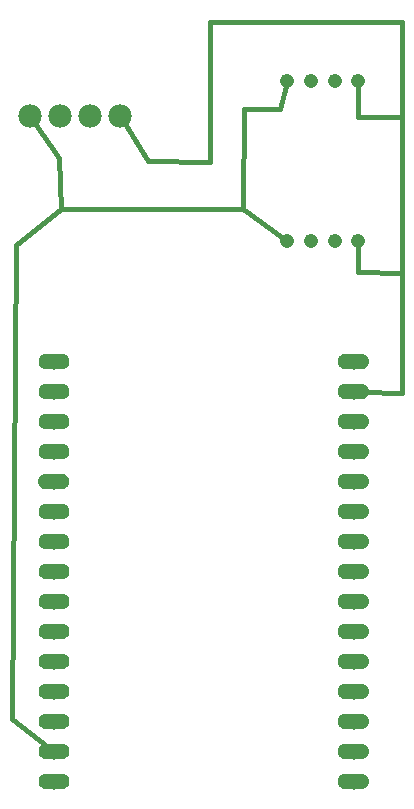
<source format=gtl>
G04 MADE WITH FRITZING*
G04 WWW.FRITZING.ORG*
G04 DOUBLE SIDED*
G04 HOLES PLATED*
G04 CONTOUR ON CENTER OF CONTOUR VECTOR*
%ASAXBY*%
%FSLAX23Y23*%
%MOIN*%
%OFA0B0*%
%SFA1.0B1.0*%
%ADD10C,0.078000*%
%ADD11C,0.047559*%
%ADD12C,0.052000*%
%ADD13C,0.016000*%
%ADD14R,0.001000X0.001000*%
%LNCOPPER1*%
G90*
G70*
G54D10*
X165Y2748D03*
X265Y2748D03*
X365Y2748D03*
X465Y2748D03*
G54D11*
X1022Y2866D03*
X1101Y2866D03*
X1180Y2866D03*
X1258Y2866D03*
X1022Y2866D03*
X1101Y2866D03*
X1180Y2866D03*
X1258Y2866D03*
X1022Y2330D03*
X1101Y2330D03*
X1180Y2330D03*
X1258Y2330D03*
X1022Y2330D03*
X1101Y2330D03*
X1180Y2330D03*
X1258Y2330D03*
G54D12*
X1243Y528D03*
X1243Y628D03*
X1243Y728D03*
X1243Y828D03*
X1243Y928D03*
X1243Y1028D03*
X1243Y1128D03*
X1243Y1228D03*
X1243Y1328D03*
X1243Y1428D03*
X1243Y1528D03*
X1243Y1628D03*
X1243Y1728D03*
X1243Y1828D03*
X1243Y1928D03*
X243Y1928D03*
X243Y1828D03*
X243Y1728D03*
X243Y1628D03*
X243Y1528D03*
X243Y1428D03*
X243Y1328D03*
X243Y1228D03*
X243Y1128D03*
X243Y1028D03*
X243Y928D03*
X243Y828D03*
X243Y728D03*
X243Y628D03*
X243Y528D03*
G54D13*
X1405Y2744D02*
X1405Y3062D01*
D02*
X1405Y3062D02*
X763Y3060D01*
D02*
X763Y2593D02*
X558Y2597D01*
D02*
X558Y2597D02*
X478Y2727D01*
D02*
X1403Y2224D02*
X1405Y2744D01*
D02*
X1403Y1826D02*
X1403Y2224D01*
D02*
X763Y3060D02*
X763Y2593D01*
D02*
X1268Y1828D02*
X1403Y1826D01*
D02*
X1259Y2227D02*
X1258Y2311D01*
D02*
X1403Y2224D02*
X1259Y2227D01*
D02*
X999Y2772D02*
X1017Y2847D01*
D02*
X876Y2772D02*
X999Y2772D01*
D02*
X875Y2439D02*
X876Y2772D01*
D02*
X262Y2607D02*
X268Y2439D01*
D02*
X875Y2439D02*
X1006Y2342D01*
D02*
X268Y2439D02*
X875Y2439D01*
D02*
X268Y2439D02*
X116Y2317D01*
D02*
X116Y2317D02*
X105Y739D01*
D02*
X105Y739D02*
X224Y643D01*
D02*
X179Y2727D02*
X262Y2607D01*
D02*
X1258Y2744D02*
X1258Y2846D01*
D02*
X1405Y2744D02*
X1258Y2744D01*
G54D14*
X216Y1955D02*
X272Y1955D01*
X1214Y1955D02*
X1269Y1955D01*
X211Y1954D02*
X277Y1954D01*
X1209Y1954D02*
X1275Y1954D01*
X208Y1953D02*
X280Y1953D01*
X1206Y1953D02*
X1277Y1953D01*
X206Y1952D02*
X282Y1952D01*
X1204Y1952D02*
X1279Y1952D01*
X205Y1951D02*
X283Y1951D01*
X1202Y1951D02*
X1281Y1951D01*
X203Y1950D02*
X285Y1950D01*
X1201Y1950D02*
X1282Y1950D01*
X202Y1949D02*
X286Y1949D01*
X1200Y1949D02*
X1284Y1949D01*
X201Y1948D02*
X287Y1948D01*
X1198Y1948D02*
X1285Y1948D01*
X200Y1947D02*
X288Y1947D01*
X1197Y1947D02*
X1286Y1947D01*
X199Y1946D02*
X289Y1946D01*
X1196Y1946D02*
X1287Y1946D01*
X198Y1945D02*
X243Y1945D01*
X245Y1945D02*
X290Y1945D01*
X1196Y1945D02*
X1239Y1945D01*
X1242Y1945D02*
X1287Y1945D01*
X197Y1944D02*
X238Y1944D01*
X250Y1944D02*
X291Y1944D01*
X1195Y1944D02*
X1234Y1944D01*
X1247Y1944D02*
X1288Y1944D01*
X197Y1943D02*
X236Y1943D01*
X253Y1943D02*
X291Y1943D01*
X1194Y1943D02*
X1232Y1943D01*
X1249Y1943D02*
X1289Y1943D01*
X196Y1942D02*
X234Y1942D01*
X254Y1942D02*
X292Y1942D01*
X1194Y1942D02*
X1231Y1942D01*
X1251Y1942D02*
X1289Y1942D01*
X196Y1941D02*
X233Y1941D01*
X255Y1941D02*
X292Y1941D01*
X1193Y1941D02*
X1230Y1941D01*
X1252Y1941D02*
X1290Y1941D01*
X195Y1940D02*
X232Y1940D01*
X256Y1940D02*
X293Y1940D01*
X1193Y1940D02*
X1228Y1940D01*
X1253Y1940D02*
X1291Y1940D01*
X195Y1939D02*
X231Y1939D01*
X257Y1939D02*
X294Y1939D01*
X1192Y1939D02*
X1228Y1939D01*
X1254Y1939D02*
X1291Y1939D01*
X194Y1938D02*
X230Y1938D01*
X258Y1938D02*
X294Y1938D01*
X1192Y1938D02*
X1227Y1938D01*
X1255Y1938D02*
X1291Y1938D01*
X194Y1937D02*
X230Y1937D01*
X259Y1937D02*
X294Y1937D01*
X1191Y1937D02*
X1226Y1937D01*
X1255Y1937D02*
X1292Y1937D01*
X193Y1936D02*
X229Y1936D01*
X259Y1936D02*
X295Y1936D01*
X1191Y1936D02*
X1226Y1936D01*
X1256Y1936D02*
X1292Y1936D01*
X193Y1935D02*
X229Y1935D01*
X260Y1935D02*
X295Y1935D01*
X1191Y1935D02*
X1225Y1935D01*
X1256Y1935D02*
X1292Y1935D01*
X193Y1934D02*
X228Y1934D01*
X260Y1934D02*
X295Y1934D01*
X1191Y1934D02*
X1225Y1934D01*
X1257Y1934D02*
X1293Y1934D01*
X193Y1933D02*
X228Y1933D01*
X260Y1933D02*
X295Y1933D01*
X1190Y1933D02*
X1225Y1933D01*
X1257Y1933D02*
X1293Y1933D01*
X193Y1932D02*
X228Y1932D01*
X260Y1932D02*
X295Y1932D01*
X1190Y1932D02*
X1224Y1932D01*
X1257Y1932D02*
X1293Y1932D01*
X193Y1931D02*
X228Y1931D01*
X261Y1931D02*
X295Y1931D01*
X1190Y1931D02*
X1224Y1931D01*
X1257Y1931D02*
X1293Y1931D01*
X193Y1930D02*
X227Y1930D01*
X261Y1930D02*
X295Y1930D01*
X1190Y1930D02*
X1224Y1930D01*
X1257Y1930D02*
X1293Y1930D01*
X193Y1929D02*
X227Y1929D01*
X261Y1929D02*
X295Y1929D01*
X1190Y1929D02*
X1224Y1929D01*
X1257Y1929D02*
X1293Y1929D01*
X193Y1928D02*
X227Y1928D01*
X261Y1928D02*
X295Y1928D01*
X1190Y1928D02*
X1224Y1928D01*
X1257Y1928D02*
X1293Y1928D01*
X193Y1927D02*
X228Y1927D01*
X261Y1927D02*
X295Y1927D01*
X1190Y1927D02*
X1224Y1927D01*
X1257Y1927D02*
X1293Y1927D01*
X193Y1926D02*
X228Y1926D01*
X260Y1926D02*
X295Y1926D01*
X1190Y1926D02*
X1224Y1926D01*
X1257Y1926D02*
X1293Y1926D01*
X193Y1925D02*
X228Y1925D01*
X260Y1925D02*
X295Y1925D01*
X1190Y1925D02*
X1225Y1925D01*
X1257Y1925D02*
X1293Y1925D01*
X193Y1924D02*
X228Y1924D01*
X260Y1924D02*
X295Y1924D01*
X1191Y1924D02*
X1225Y1924D01*
X1257Y1924D02*
X1292Y1924D01*
X193Y1923D02*
X229Y1923D01*
X260Y1923D02*
X295Y1923D01*
X1191Y1923D02*
X1225Y1923D01*
X1256Y1923D02*
X1292Y1923D01*
X194Y1922D02*
X229Y1922D01*
X259Y1922D02*
X294Y1922D01*
X1191Y1922D02*
X1226Y1922D01*
X1256Y1922D02*
X1292Y1922D01*
X194Y1921D02*
X230Y1921D01*
X259Y1921D02*
X294Y1921D01*
X1191Y1921D02*
X1226Y1921D01*
X1255Y1921D02*
X1292Y1921D01*
X194Y1920D02*
X230Y1920D01*
X258Y1920D02*
X294Y1920D01*
X1192Y1920D02*
X1227Y1920D01*
X1255Y1920D02*
X1291Y1920D01*
X195Y1919D02*
X231Y1919D01*
X257Y1919D02*
X293Y1919D01*
X1192Y1919D02*
X1228Y1919D01*
X1254Y1919D02*
X1291Y1919D01*
X195Y1918D02*
X232Y1918D01*
X256Y1918D02*
X293Y1918D01*
X1193Y1918D02*
X1229Y1918D01*
X1253Y1918D02*
X1290Y1918D01*
X196Y1917D02*
X233Y1917D01*
X255Y1917D02*
X292Y1917D01*
X1193Y1917D02*
X1230Y1917D01*
X1252Y1917D02*
X1290Y1917D01*
X196Y1916D02*
X234Y1916D01*
X254Y1916D02*
X292Y1916D01*
X1194Y1916D02*
X1231Y1916D01*
X1251Y1916D02*
X1289Y1916D01*
X197Y1915D02*
X236Y1915D01*
X252Y1915D02*
X291Y1915D01*
X1194Y1915D02*
X1233Y1915D01*
X1249Y1915D02*
X1289Y1915D01*
X197Y1914D02*
X238Y1914D01*
X250Y1914D02*
X291Y1914D01*
X1195Y1914D02*
X1235Y1914D01*
X1247Y1914D02*
X1288Y1914D01*
X198Y1913D02*
X290Y1913D01*
X1196Y1913D02*
X1287Y1913D01*
X199Y1912D02*
X289Y1912D01*
X1197Y1912D02*
X1286Y1912D01*
X200Y1911D02*
X288Y1911D01*
X1197Y1911D02*
X1286Y1911D01*
X201Y1910D02*
X287Y1910D01*
X1199Y1910D02*
X1284Y1910D01*
X202Y1909D02*
X286Y1909D01*
X1200Y1909D02*
X1283Y1909D01*
X203Y1908D02*
X285Y1908D01*
X1201Y1908D02*
X1282Y1908D01*
X205Y1907D02*
X283Y1907D01*
X1203Y1907D02*
X1280Y1907D01*
X207Y1906D02*
X281Y1906D01*
X1204Y1906D02*
X1279Y1906D01*
X209Y1905D02*
X279Y1905D01*
X1206Y1905D02*
X1277Y1905D01*
X212Y1904D02*
X276Y1904D01*
X1210Y1904D02*
X1274Y1904D01*
X216Y1855D02*
X272Y1855D01*
X1214Y1855D02*
X1270Y1855D01*
X211Y1854D02*
X277Y1854D01*
X1209Y1854D02*
X1275Y1854D01*
X208Y1853D02*
X280Y1853D01*
X1206Y1853D02*
X1277Y1853D01*
X206Y1852D02*
X282Y1852D01*
X1204Y1852D02*
X1279Y1852D01*
X205Y1851D02*
X283Y1851D01*
X1202Y1851D02*
X1281Y1851D01*
X203Y1850D02*
X285Y1850D01*
X1201Y1850D02*
X1282Y1850D01*
X202Y1849D02*
X286Y1849D01*
X1199Y1849D02*
X1284Y1849D01*
X201Y1848D02*
X287Y1848D01*
X1198Y1848D02*
X1285Y1848D01*
X200Y1847D02*
X288Y1847D01*
X1197Y1847D02*
X1286Y1847D01*
X199Y1846D02*
X289Y1846D01*
X1196Y1846D02*
X1287Y1846D01*
X198Y1845D02*
X242Y1845D01*
X246Y1845D02*
X290Y1845D01*
X1196Y1845D02*
X1239Y1845D01*
X1243Y1845D02*
X1288Y1845D01*
X197Y1844D02*
X238Y1844D01*
X250Y1844D02*
X291Y1844D01*
X1195Y1844D02*
X1234Y1844D01*
X1247Y1844D02*
X1288Y1844D01*
X197Y1843D02*
X236Y1843D01*
X253Y1843D02*
X291Y1843D01*
X1194Y1843D02*
X1232Y1843D01*
X1249Y1843D02*
X1289Y1843D01*
X196Y1842D02*
X234Y1842D01*
X254Y1842D02*
X292Y1842D01*
X1194Y1842D02*
X1231Y1842D01*
X1251Y1842D02*
X1290Y1842D01*
X196Y1841D02*
X233Y1841D01*
X255Y1841D02*
X293Y1841D01*
X1193Y1841D02*
X1230Y1841D01*
X1252Y1841D02*
X1290Y1841D01*
X195Y1840D02*
X232Y1840D01*
X256Y1840D02*
X293Y1840D01*
X1193Y1840D02*
X1228Y1840D01*
X1253Y1840D02*
X1291Y1840D01*
X194Y1839D02*
X231Y1839D01*
X257Y1839D02*
X294Y1839D01*
X1192Y1839D02*
X1228Y1839D01*
X1254Y1839D02*
X1291Y1839D01*
X194Y1838D02*
X230Y1838D01*
X258Y1838D02*
X294Y1838D01*
X1192Y1838D02*
X1227Y1838D01*
X1255Y1838D02*
X1291Y1838D01*
X194Y1837D02*
X229Y1837D01*
X259Y1837D02*
X294Y1837D01*
X1191Y1837D02*
X1226Y1837D01*
X1255Y1837D02*
X1292Y1837D01*
X193Y1836D02*
X229Y1836D01*
X259Y1836D02*
X295Y1836D01*
X1191Y1836D02*
X1226Y1836D01*
X1256Y1836D02*
X1292Y1836D01*
X193Y1835D02*
X229Y1835D01*
X260Y1835D02*
X295Y1835D01*
X1191Y1835D02*
X1225Y1835D01*
X1256Y1835D02*
X1292Y1835D01*
X193Y1834D02*
X228Y1834D01*
X260Y1834D02*
X295Y1834D01*
X1191Y1834D02*
X1225Y1834D01*
X1257Y1834D02*
X1293Y1834D01*
X193Y1833D02*
X228Y1833D01*
X260Y1833D02*
X295Y1833D01*
X1190Y1833D02*
X1225Y1833D01*
X1257Y1833D02*
X1293Y1833D01*
X193Y1832D02*
X228Y1832D01*
X260Y1832D02*
X295Y1832D01*
X1190Y1832D02*
X1224Y1832D01*
X1257Y1832D02*
X1293Y1832D01*
X193Y1831D02*
X228Y1831D01*
X261Y1831D02*
X295Y1831D01*
X1190Y1831D02*
X1224Y1831D01*
X1257Y1831D02*
X1293Y1831D01*
X193Y1830D02*
X227Y1830D01*
X261Y1830D02*
X295Y1830D01*
X1190Y1830D02*
X1224Y1830D01*
X1257Y1830D02*
X1293Y1830D01*
X193Y1829D02*
X227Y1829D01*
X261Y1829D02*
X295Y1829D01*
X1190Y1829D02*
X1224Y1829D01*
X1257Y1829D02*
X1293Y1829D01*
X193Y1828D02*
X227Y1828D01*
X261Y1828D02*
X295Y1828D01*
X1190Y1828D02*
X1224Y1828D01*
X1257Y1828D02*
X1293Y1828D01*
X193Y1827D02*
X228Y1827D01*
X261Y1827D02*
X295Y1827D01*
X1190Y1827D02*
X1224Y1827D01*
X1257Y1827D02*
X1293Y1827D01*
X193Y1826D02*
X228Y1826D01*
X260Y1826D02*
X295Y1826D01*
X1190Y1826D02*
X1224Y1826D01*
X1257Y1826D02*
X1293Y1826D01*
X193Y1825D02*
X228Y1825D01*
X260Y1825D02*
X295Y1825D01*
X1190Y1825D02*
X1225Y1825D01*
X1257Y1825D02*
X1293Y1825D01*
X193Y1824D02*
X228Y1824D01*
X260Y1824D02*
X295Y1824D01*
X1191Y1824D02*
X1225Y1824D01*
X1257Y1824D02*
X1293Y1824D01*
X193Y1823D02*
X229Y1823D01*
X260Y1823D02*
X295Y1823D01*
X1191Y1823D02*
X1225Y1823D01*
X1256Y1823D02*
X1292Y1823D01*
X194Y1822D02*
X229Y1822D01*
X259Y1822D02*
X294Y1822D01*
X1191Y1822D02*
X1226Y1822D01*
X1256Y1822D02*
X1292Y1822D01*
X194Y1821D02*
X230Y1821D01*
X259Y1821D02*
X294Y1821D01*
X1191Y1821D02*
X1226Y1821D01*
X1255Y1821D02*
X1292Y1821D01*
X194Y1820D02*
X230Y1820D01*
X258Y1820D02*
X294Y1820D01*
X1192Y1820D02*
X1227Y1820D01*
X1255Y1820D02*
X1291Y1820D01*
X195Y1819D02*
X231Y1819D01*
X257Y1819D02*
X293Y1819D01*
X1192Y1819D02*
X1228Y1819D01*
X1254Y1819D02*
X1291Y1819D01*
X195Y1818D02*
X232Y1818D01*
X256Y1818D02*
X293Y1818D01*
X1193Y1818D02*
X1229Y1818D01*
X1253Y1818D02*
X1290Y1818D01*
X196Y1817D02*
X233Y1817D01*
X255Y1817D02*
X292Y1817D01*
X1193Y1817D02*
X1230Y1817D01*
X1252Y1817D02*
X1290Y1817D01*
X196Y1816D02*
X234Y1816D01*
X254Y1816D02*
X292Y1816D01*
X1194Y1816D02*
X1231Y1816D01*
X1251Y1816D02*
X1289Y1816D01*
X197Y1815D02*
X236Y1815D01*
X252Y1815D02*
X291Y1815D01*
X1194Y1815D02*
X1233Y1815D01*
X1249Y1815D02*
X1289Y1815D01*
X197Y1814D02*
X238Y1814D01*
X250Y1814D02*
X291Y1814D01*
X1195Y1814D02*
X1235Y1814D01*
X1247Y1814D02*
X1288Y1814D01*
X198Y1813D02*
X290Y1813D01*
X1196Y1813D02*
X1287Y1813D01*
X199Y1812D02*
X289Y1812D01*
X1197Y1812D02*
X1286Y1812D01*
X200Y1811D02*
X288Y1811D01*
X1198Y1811D02*
X1286Y1811D01*
X201Y1810D02*
X287Y1810D01*
X1199Y1810D02*
X1285Y1810D01*
X202Y1809D02*
X286Y1809D01*
X1200Y1809D02*
X1283Y1809D01*
X204Y1808D02*
X285Y1808D01*
X1201Y1808D02*
X1282Y1808D01*
X205Y1807D02*
X283Y1807D01*
X1203Y1807D02*
X1280Y1807D01*
X207Y1806D02*
X281Y1806D01*
X1204Y1806D02*
X1279Y1806D01*
X209Y1805D02*
X279Y1805D01*
X1207Y1805D02*
X1277Y1805D01*
X212Y1804D02*
X276Y1804D01*
X1210Y1804D02*
X1274Y1804D01*
X216Y1755D02*
X272Y1755D01*
X1213Y1755D02*
X1270Y1755D01*
X211Y1754D02*
X277Y1754D01*
X1208Y1754D02*
X1275Y1754D01*
X208Y1753D02*
X280Y1753D01*
X1206Y1753D02*
X1277Y1753D01*
X206Y1752D02*
X282Y1752D01*
X1204Y1752D02*
X1279Y1752D01*
X205Y1751D02*
X284Y1751D01*
X1202Y1751D02*
X1281Y1751D01*
X203Y1750D02*
X285Y1750D01*
X1201Y1750D02*
X1282Y1750D01*
X202Y1749D02*
X286Y1749D01*
X1199Y1749D02*
X1284Y1749D01*
X201Y1748D02*
X287Y1748D01*
X1198Y1748D02*
X1285Y1748D01*
X200Y1747D02*
X288Y1747D01*
X1197Y1747D02*
X1286Y1747D01*
X199Y1746D02*
X289Y1746D01*
X1196Y1746D02*
X1287Y1746D01*
X198Y1745D02*
X242Y1745D01*
X246Y1745D02*
X290Y1745D01*
X1196Y1745D02*
X1239Y1745D01*
X1243Y1745D02*
X1288Y1745D01*
X197Y1744D02*
X238Y1744D01*
X251Y1744D02*
X291Y1744D01*
X1195Y1744D02*
X1234Y1744D01*
X1247Y1744D02*
X1288Y1744D01*
X197Y1743D02*
X235Y1743D01*
X253Y1743D02*
X291Y1743D01*
X1194Y1743D02*
X1232Y1743D01*
X1249Y1743D02*
X1289Y1743D01*
X196Y1742D02*
X234Y1742D01*
X254Y1742D02*
X292Y1742D01*
X1194Y1742D02*
X1231Y1742D01*
X1251Y1742D02*
X1289Y1742D01*
X196Y1741D02*
X233Y1741D01*
X255Y1741D02*
X293Y1741D01*
X1193Y1741D02*
X1229Y1741D01*
X1252Y1741D02*
X1290Y1741D01*
X195Y1740D02*
X232Y1740D01*
X256Y1740D02*
X293Y1740D01*
X1192Y1740D02*
X1228Y1740D01*
X1253Y1740D02*
X1291Y1740D01*
X194Y1739D02*
X231Y1739D01*
X257Y1739D02*
X294Y1739D01*
X1192Y1739D02*
X1228Y1739D01*
X1254Y1739D02*
X1291Y1739D01*
X194Y1738D02*
X230Y1738D01*
X258Y1738D02*
X294Y1738D01*
X1192Y1738D02*
X1227Y1738D01*
X1255Y1738D02*
X1291Y1738D01*
X194Y1737D02*
X229Y1737D01*
X259Y1737D02*
X294Y1737D01*
X1191Y1737D02*
X1226Y1737D01*
X1255Y1737D02*
X1292Y1737D01*
X193Y1736D02*
X229Y1736D01*
X259Y1736D02*
X295Y1736D01*
X1191Y1736D02*
X1226Y1736D01*
X1256Y1736D02*
X1292Y1736D01*
X193Y1735D02*
X229Y1735D01*
X260Y1735D02*
X295Y1735D01*
X1191Y1735D02*
X1225Y1735D01*
X1256Y1735D02*
X1292Y1735D01*
X193Y1734D02*
X228Y1734D01*
X260Y1734D02*
X295Y1734D01*
X1191Y1734D02*
X1225Y1734D01*
X1257Y1734D02*
X1293Y1734D01*
X193Y1733D02*
X228Y1733D01*
X260Y1733D02*
X295Y1733D01*
X1190Y1733D02*
X1225Y1733D01*
X1257Y1733D02*
X1293Y1733D01*
X193Y1732D02*
X228Y1732D01*
X260Y1732D02*
X295Y1732D01*
X1190Y1732D02*
X1224Y1732D01*
X1257Y1732D02*
X1293Y1732D01*
X193Y1731D02*
X227Y1731D01*
X261Y1731D02*
X295Y1731D01*
X1190Y1731D02*
X1224Y1731D01*
X1257Y1731D02*
X1293Y1731D01*
X193Y1730D02*
X227Y1730D01*
X261Y1730D02*
X295Y1730D01*
X1190Y1730D02*
X1224Y1730D01*
X1257Y1730D02*
X1293Y1730D01*
X193Y1729D02*
X227Y1729D01*
X261Y1729D02*
X295Y1729D01*
X1190Y1729D02*
X1224Y1729D01*
X1257Y1729D02*
X1293Y1729D01*
X193Y1728D02*
X227Y1728D01*
X261Y1728D02*
X295Y1728D01*
X1190Y1728D02*
X1224Y1728D01*
X1257Y1728D02*
X1293Y1728D01*
X193Y1727D02*
X228Y1727D01*
X261Y1727D02*
X295Y1727D01*
X1190Y1727D02*
X1224Y1727D01*
X1257Y1727D02*
X1293Y1727D01*
X193Y1726D02*
X228Y1726D01*
X260Y1726D02*
X295Y1726D01*
X1190Y1726D02*
X1224Y1726D01*
X1257Y1726D02*
X1293Y1726D01*
X193Y1725D02*
X228Y1725D01*
X260Y1725D02*
X295Y1725D01*
X1190Y1725D02*
X1225Y1725D01*
X1257Y1725D02*
X1293Y1725D01*
X193Y1724D02*
X228Y1724D01*
X260Y1724D02*
X295Y1724D01*
X1191Y1724D02*
X1225Y1724D01*
X1257Y1724D02*
X1292Y1724D01*
X193Y1723D02*
X229Y1723D01*
X259Y1723D02*
X295Y1723D01*
X1191Y1723D02*
X1225Y1723D01*
X1256Y1723D02*
X1292Y1723D01*
X194Y1722D02*
X229Y1722D01*
X259Y1722D02*
X294Y1722D01*
X1191Y1722D02*
X1226Y1722D01*
X1256Y1722D02*
X1292Y1722D01*
X194Y1721D02*
X230Y1721D01*
X258Y1721D02*
X294Y1721D01*
X1191Y1721D02*
X1226Y1721D01*
X1255Y1721D02*
X1292Y1721D01*
X194Y1720D02*
X230Y1720D01*
X258Y1720D02*
X294Y1720D01*
X1192Y1720D02*
X1227Y1720D01*
X1255Y1720D02*
X1291Y1720D01*
X195Y1719D02*
X231Y1719D01*
X257Y1719D02*
X293Y1719D01*
X1192Y1719D02*
X1228Y1719D01*
X1254Y1719D02*
X1291Y1719D01*
X195Y1718D02*
X232Y1718D01*
X256Y1718D02*
X293Y1718D01*
X1193Y1718D02*
X1229Y1718D01*
X1253Y1718D02*
X1290Y1718D01*
X196Y1717D02*
X233Y1717D01*
X255Y1717D02*
X292Y1717D01*
X1193Y1717D02*
X1230Y1717D01*
X1252Y1717D02*
X1290Y1717D01*
X196Y1716D02*
X234Y1716D01*
X254Y1716D02*
X292Y1716D01*
X1194Y1716D02*
X1231Y1716D01*
X1251Y1716D02*
X1289Y1716D01*
X197Y1715D02*
X236Y1715D01*
X252Y1715D02*
X291Y1715D01*
X1194Y1715D02*
X1233Y1715D01*
X1249Y1715D02*
X1289Y1715D01*
X198Y1714D02*
X238Y1714D01*
X250Y1714D02*
X291Y1714D01*
X1195Y1714D02*
X1235Y1714D01*
X1247Y1714D02*
X1288Y1714D01*
X198Y1713D02*
X290Y1713D01*
X1196Y1713D02*
X1287Y1713D01*
X199Y1712D02*
X289Y1712D01*
X1197Y1712D02*
X1286Y1712D01*
X200Y1711D02*
X288Y1711D01*
X1198Y1711D02*
X1286Y1711D01*
X201Y1710D02*
X287Y1710D01*
X1199Y1710D02*
X1284Y1710D01*
X202Y1709D02*
X286Y1709D01*
X1200Y1709D02*
X1283Y1709D01*
X204Y1708D02*
X284Y1708D01*
X1201Y1708D02*
X1282Y1708D01*
X205Y1707D02*
X283Y1707D01*
X1203Y1707D02*
X1280Y1707D01*
X207Y1706D02*
X281Y1706D01*
X1205Y1706D02*
X1279Y1706D01*
X209Y1705D02*
X279Y1705D01*
X1207Y1705D02*
X1277Y1705D01*
X212Y1704D02*
X276Y1704D01*
X1210Y1704D02*
X1273Y1704D01*
X216Y1655D02*
X273Y1655D01*
X1213Y1655D02*
X1270Y1655D01*
X211Y1654D02*
X277Y1654D01*
X1208Y1654D02*
X1275Y1654D01*
X208Y1653D02*
X280Y1653D01*
X1206Y1653D02*
X1277Y1653D01*
X206Y1652D02*
X282Y1652D01*
X1204Y1652D02*
X1279Y1652D01*
X204Y1651D02*
X284Y1651D01*
X1202Y1651D02*
X1281Y1651D01*
X203Y1650D02*
X285Y1650D01*
X1201Y1650D02*
X1283Y1650D01*
X202Y1649D02*
X286Y1649D01*
X1199Y1649D02*
X1284Y1649D01*
X201Y1648D02*
X287Y1648D01*
X1198Y1648D02*
X1285Y1648D01*
X200Y1647D02*
X288Y1647D01*
X1197Y1647D02*
X1286Y1647D01*
X199Y1646D02*
X289Y1646D01*
X1196Y1646D02*
X1287Y1646D01*
X198Y1645D02*
X241Y1645D01*
X247Y1645D02*
X290Y1645D01*
X1196Y1645D02*
X1238Y1645D01*
X1244Y1645D02*
X1288Y1645D01*
X197Y1644D02*
X237Y1644D01*
X251Y1644D02*
X291Y1644D01*
X1195Y1644D02*
X1234Y1644D01*
X1248Y1644D02*
X1288Y1644D01*
X197Y1643D02*
X235Y1643D01*
X253Y1643D02*
X291Y1643D01*
X1194Y1643D02*
X1232Y1643D01*
X1250Y1643D02*
X1289Y1643D01*
X196Y1642D02*
X234Y1642D01*
X254Y1642D02*
X292Y1642D01*
X1194Y1642D02*
X1231Y1642D01*
X1251Y1642D02*
X1290Y1642D01*
X196Y1641D02*
X233Y1641D01*
X256Y1641D02*
X293Y1641D01*
X1193Y1641D02*
X1229Y1641D01*
X1252Y1641D02*
X1290Y1641D01*
X195Y1640D02*
X232Y1640D01*
X257Y1640D02*
X293Y1640D01*
X1192Y1640D02*
X1228Y1640D01*
X1253Y1640D02*
X1291Y1640D01*
X194Y1639D02*
X231Y1639D01*
X257Y1639D02*
X294Y1639D01*
X1192Y1639D02*
X1227Y1639D01*
X1254Y1639D02*
X1291Y1639D01*
X194Y1638D02*
X230Y1638D01*
X258Y1638D02*
X294Y1638D01*
X1192Y1638D02*
X1227Y1638D01*
X1255Y1638D02*
X1292Y1638D01*
X194Y1637D02*
X229Y1637D01*
X259Y1637D02*
X294Y1637D01*
X1191Y1637D02*
X1226Y1637D01*
X1256Y1637D02*
X1292Y1637D01*
X193Y1636D02*
X229Y1636D01*
X259Y1636D02*
X295Y1636D01*
X1191Y1636D02*
X1226Y1636D01*
X1256Y1636D02*
X1292Y1636D01*
X193Y1635D02*
X228Y1635D01*
X260Y1635D02*
X295Y1635D01*
X1191Y1635D02*
X1225Y1635D01*
X1257Y1635D02*
X1292Y1635D01*
X193Y1634D02*
X228Y1634D01*
X260Y1634D02*
X295Y1634D01*
X1191Y1634D02*
X1225Y1634D01*
X1257Y1634D02*
X1293Y1634D01*
X193Y1633D02*
X228Y1633D01*
X260Y1633D02*
X295Y1633D01*
X1190Y1633D02*
X1224Y1633D01*
X1257Y1633D02*
X1293Y1633D01*
X193Y1632D02*
X228Y1632D01*
X261Y1632D02*
X295Y1632D01*
X1190Y1632D02*
X1224Y1632D01*
X1257Y1632D02*
X1293Y1632D01*
X193Y1631D02*
X227Y1631D01*
X261Y1631D02*
X295Y1631D01*
X1190Y1631D02*
X1224Y1631D01*
X1258Y1631D02*
X1293Y1631D01*
X193Y1630D02*
X227Y1630D01*
X261Y1630D02*
X295Y1630D01*
X1190Y1630D02*
X1224Y1630D01*
X1258Y1630D02*
X1293Y1630D01*
X193Y1629D02*
X227Y1629D01*
X261Y1629D02*
X295Y1629D01*
X1190Y1629D02*
X1224Y1629D01*
X1258Y1629D02*
X1293Y1629D01*
X193Y1628D02*
X227Y1628D01*
X261Y1628D02*
X295Y1628D01*
X1190Y1628D02*
X1224Y1628D01*
X1258Y1628D02*
X1293Y1628D01*
X193Y1627D02*
X227Y1627D01*
X261Y1627D02*
X295Y1627D01*
X1190Y1627D02*
X1224Y1627D01*
X1257Y1627D02*
X1293Y1627D01*
X193Y1626D02*
X228Y1626D01*
X261Y1626D02*
X295Y1626D01*
X1190Y1626D02*
X1224Y1626D01*
X1257Y1626D02*
X1293Y1626D01*
X193Y1625D02*
X228Y1625D01*
X260Y1625D02*
X295Y1625D01*
X1190Y1625D02*
X1225Y1625D01*
X1257Y1625D02*
X1293Y1625D01*
X193Y1624D02*
X228Y1624D01*
X260Y1624D02*
X295Y1624D01*
X1191Y1624D02*
X1225Y1624D01*
X1257Y1624D02*
X1293Y1624D01*
X193Y1623D02*
X228Y1623D01*
X260Y1623D02*
X295Y1623D01*
X1191Y1623D02*
X1225Y1623D01*
X1256Y1623D02*
X1292Y1623D01*
X194Y1622D02*
X229Y1622D01*
X259Y1622D02*
X294Y1622D01*
X1191Y1622D02*
X1226Y1622D01*
X1256Y1622D02*
X1292Y1622D01*
X194Y1621D02*
X230Y1621D01*
X259Y1621D02*
X294Y1621D01*
X1191Y1621D02*
X1226Y1621D01*
X1255Y1621D02*
X1292Y1621D01*
X194Y1620D02*
X230Y1620D01*
X258Y1620D02*
X294Y1620D01*
X1192Y1620D02*
X1227Y1620D01*
X1255Y1620D02*
X1291Y1620D01*
X195Y1619D02*
X231Y1619D01*
X257Y1619D02*
X293Y1619D01*
X1192Y1619D02*
X1228Y1619D01*
X1254Y1619D02*
X1291Y1619D01*
X195Y1618D02*
X232Y1618D01*
X256Y1618D02*
X293Y1618D01*
X1193Y1618D02*
X1229Y1618D01*
X1253Y1618D02*
X1290Y1618D01*
X196Y1617D02*
X233Y1617D01*
X255Y1617D02*
X292Y1617D01*
X1193Y1617D02*
X1230Y1617D01*
X1252Y1617D02*
X1290Y1617D01*
X196Y1616D02*
X234Y1616D01*
X254Y1616D02*
X292Y1616D01*
X1194Y1616D02*
X1231Y1616D01*
X1251Y1616D02*
X1289Y1616D01*
X197Y1615D02*
X236Y1615D01*
X252Y1615D02*
X291Y1615D01*
X1194Y1615D02*
X1233Y1615D01*
X1249Y1615D02*
X1289Y1615D01*
X198Y1614D02*
X238Y1614D01*
X250Y1614D02*
X291Y1614D01*
X1195Y1614D02*
X1235Y1614D01*
X1247Y1614D02*
X1288Y1614D01*
X198Y1613D02*
X290Y1613D01*
X1196Y1613D02*
X1287Y1613D01*
X199Y1612D02*
X289Y1612D01*
X1197Y1612D02*
X1286Y1612D01*
X200Y1611D02*
X288Y1611D01*
X1198Y1611D02*
X1286Y1611D01*
X201Y1610D02*
X287Y1610D01*
X1199Y1610D02*
X1284Y1610D01*
X202Y1609D02*
X286Y1609D01*
X1200Y1609D02*
X1283Y1609D01*
X204Y1608D02*
X284Y1608D01*
X1201Y1608D02*
X1282Y1608D01*
X205Y1607D02*
X283Y1607D01*
X1203Y1607D02*
X1280Y1607D01*
X207Y1606D02*
X281Y1606D01*
X1205Y1606D02*
X1279Y1606D01*
X209Y1605D02*
X279Y1605D01*
X1207Y1605D02*
X1276Y1605D01*
X212Y1604D02*
X276Y1604D01*
X1210Y1604D02*
X1273Y1604D01*
X214Y1555D02*
X272Y1555D01*
X1213Y1555D02*
X1270Y1555D01*
X210Y1554D02*
X276Y1554D01*
X1208Y1554D02*
X1275Y1554D01*
X207Y1553D02*
X279Y1553D01*
X1206Y1553D02*
X1277Y1553D01*
X205Y1552D02*
X281Y1552D01*
X1204Y1552D02*
X1279Y1552D01*
X203Y1551D02*
X283Y1551D01*
X1202Y1551D02*
X1281Y1551D01*
X202Y1550D02*
X284Y1550D01*
X1201Y1550D02*
X1282Y1550D01*
X201Y1549D02*
X285Y1549D01*
X1199Y1549D02*
X1284Y1549D01*
X200Y1548D02*
X286Y1548D01*
X1198Y1548D02*
X1285Y1548D01*
X199Y1547D02*
X287Y1547D01*
X1197Y1547D02*
X1286Y1547D01*
X198Y1546D02*
X288Y1546D01*
X1196Y1546D02*
X1287Y1546D01*
X197Y1545D02*
X241Y1545D01*
X245Y1545D02*
X289Y1545D01*
X1196Y1545D02*
X1239Y1545D01*
X1243Y1545D02*
X1288Y1545D01*
X196Y1544D02*
X237Y1544D01*
X249Y1544D02*
X290Y1544D01*
X1195Y1544D02*
X1234Y1544D01*
X1247Y1544D02*
X1288Y1544D01*
X196Y1543D02*
X235Y1543D01*
X251Y1543D02*
X290Y1543D01*
X1194Y1543D02*
X1232Y1543D01*
X1249Y1543D02*
X1289Y1543D01*
X195Y1542D02*
X233Y1542D01*
X253Y1542D02*
X291Y1542D01*
X1194Y1542D02*
X1231Y1542D01*
X1251Y1542D02*
X1290Y1542D01*
X194Y1541D02*
X232Y1541D01*
X254Y1541D02*
X292Y1541D01*
X1193Y1541D02*
X1230Y1541D01*
X1252Y1541D02*
X1290Y1541D01*
X194Y1540D02*
X231Y1540D01*
X255Y1540D02*
X292Y1540D01*
X1192Y1540D02*
X1229Y1540D01*
X1253Y1540D02*
X1291Y1540D01*
X193Y1539D02*
X230Y1539D01*
X256Y1539D02*
X293Y1539D01*
X1192Y1539D02*
X1228Y1539D01*
X1254Y1539D02*
X1291Y1539D01*
X193Y1538D02*
X229Y1538D01*
X257Y1538D02*
X293Y1538D01*
X1192Y1538D02*
X1227Y1538D01*
X1255Y1538D02*
X1291Y1538D01*
X193Y1537D02*
X229Y1537D01*
X257Y1537D02*
X293Y1537D01*
X1191Y1537D02*
X1226Y1537D01*
X1255Y1537D02*
X1292Y1537D01*
X192Y1536D02*
X228Y1536D01*
X258Y1536D02*
X294Y1536D01*
X1191Y1536D02*
X1226Y1536D01*
X1256Y1536D02*
X1292Y1536D01*
X192Y1535D02*
X228Y1535D01*
X258Y1535D02*
X294Y1535D01*
X1191Y1535D02*
X1225Y1535D01*
X1256Y1535D02*
X1292Y1535D01*
X192Y1534D02*
X227Y1534D01*
X259Y1534D02*
X294Y1534D01*
X1191Y1534D02*
X1225Y1534D01*
X1256Y1534D02*
X1293Y1534D01*
X192Y1533D02*
X227Y1533D01*
X259Y1533D02*
X294Y1533D01*
X1190Y1533D02*
X1225Y1533D01*
X1257Y1533D02*
X1293Y1533D01*
X192Y1532D02*
X227Y1532D01*
X259Y1532D02*
X294Y1532D01*
X1190Y1532D02*
X1225Y1532D01*
X1257Y1532D02*
X1293Y1532D01*
X192Y1531D02*
X227Y1531D01*
X259Y1531D02*
X294Y1531D01*
X1190Y1531D02*
X1224Y1531D01*
X1257Y1531D02*
X1293Y1531D01*
X192Y1530D02*
X227Y1530D01*
X259Y1530D02*
X294Y1530D01*
X1190Y1530D02*
X1224Y1530D01*
X1257Y1530D02*
X1293Y1530D01*
X192Y1529D02*
X227Y1529D01*
X259Y1529D02*
X294Y1529D01*
X1190Y1529D02*
X1224Y1529D01*
X1257Y1529D02*
X1293Y1529D01*
X192Y1528D02*
X227Y1528D01*
X259Y1528D02*
X294Y1528D01*
X1190Y1528D02*
X1224Y1528D01*
X1257Y1528D02*
X1293Y1528D01*
X192Y1527D02*
X227Y1527D01*
X259Y1527D02*
X294Y1527D01*
X1190Y1527D02*
X1225Y1527D01*
X1257Y1527D02*
X1293Y1527D01*
X192Y1526D02*
X227Y1526D01*
X259Y1526D02*
X294Y1526D01*
X1190Y1526D02*
X1225Y1526D01*
X1257Y1526D02*
X1293Y1526D01*
X192Y1525D02*
X227Y1525D01*
X259Y1525D02*
X294Y1525D01*
X1190Y1525D02*
X1225Y1525D01*
X1257Y1525D02*
X1293Y1525D01*
X192Y1524D02*
X227Y1524D01*
X259Y1524D02*
X294Y1524D01*
X1191Y1524D02*
X1225Y1524D01*
X1256Y1524D02*
X1292Y1524D01*
X192Y1523D02*
X228Y1523D01*
X258Y1523D02*
X294Y1523D01*
X1191Y1523D02*
X1226Y1523D01*
X1256Y1523D02*
X1292Y1523D01*
X193Y1522D02*
X228Y1522D01*
X258Y1522D02*
X293Y1522D01*
X1191Y1522D02*
X1226Y1522D01*
X1256Y1522D02*
X1292Y1522D01*
X193Y1521D02*
X229Y1521D01*
X257Y1521D02*
X293Y1521D01*
X1191Y1521D02*
X1227Y1521D01*
X1255Y1521D02*
X1292Y1521D01*
X193Y1520D02*
X229Y1520D01*
X257Y1520D02*
X293Y1520D01*
X1192Y1520D02*
X1227Y1520D01*
X1254Y1520D02*
X1291Y1520D01*
X194Y1519D02*
X230Y1519D01*
X256Y1519D02*
X292Y1519D01*
X1192Y1519D02*
X1228Y1519D01*
X1254Y1519D02*
X1291Y1519D01*
X194Y1518D02*
X231Y1518D01*
X255Y1518D02*
X292Y1518D01*
X1193Y1518D02*
X1229Y1518D01*
X1253Y1518D02*
X1290Y1518D01*
X195Y1517D02*
X232Y1517D01*
X254Y1517D02*
X291Y1517D01*
X1193Y1517D02*
X1230Y1517D01*
X1252Y1517D02*
X1290Y1517D01*
X195Y1516D02*
X234Y1516D01*
X253Y1516D02*
X291Y1516D01*
X1194Y1516D02*
X1231Y1516D01*
X1250Y1516D02*
X1289Y1516D01*
X196Y1515D02*
X235Y1515D01*
X251Y1515D02*
X290Y1515D01*
X1194Y1515D02*
X1233Y1515D01*
X1249Y1515D02*
X1289Y1515D01*
X197Y1514D02*
X238Y1514D01*
X248Y1514D02*
X289Y1514D01*
X1195Y1514D02*
X1235Y1514D01*
X1246Y1514D02*
X1288Y1514D01*
X197Y1513D02*
X289Y1513D01*
X1196Y1513D02*
X1287Y1513D01*
X198Y1512D02*
X288Y1512D01*
X1197Y1512D02*
X1286Y1512D01*
X199Y1511D02*
X287Y1511D01*
X1198Y1511D02*
X1286Y1511D01*
X200Y1510D02*
X286Y1510D01*
X1199Y1510D02*
X1284Y1510D01*
X201Y1509D02*
X285Y1509D01*
X1200Y1509D02*
X1283Y1509D01*
X203Y1508D02*
X283Y1508D01*
X1201Y1508D02*
X1282Y1508D01*
X204Y1507D02*
X282Y1507D01*
X1203Y1507D02*
X1280Y1507D01*
X206Y1506D02*
X280Y1506D01*
X1205Y1506D02*
X1278Y1506D01*
X208Y1505D02*
X278Y1505D01*
X1207Y1505D02*
X1276Y1505D01*
X211Y1504D02*
X275Y1504D01*
X1210Y1504D02*
X1273Y1504D01*
X215Y1455D02*
X273Y1455D01*
X1213Y1455D02*
X1270Y1455D01*
X211Y1454D02*
X277Y1454D01*
X1208Y1454D02*
X1275Y1454D01*
X208Y1453D02*
X280Y1453D01*
X1206Y1453D02*
X1277Y1453D01*
X206Y1452D02*
X282Y1452D01*
X1204Y1452D02*
X1279Y1452D01*
X204Y1451D02*
X284Y1451D01*
X1202Y1451D02*
X1281Y1451D01*
X203Y1450D02*
X285Y1450D01*
X1201Y1450D02*
X1283Y1450D01*
X202Y1449D02*
X286Y1449D01*
X1199Y1449D02*
X1284Y1449D01*
X201Y1448D02*
X287Y1448D01*
X1198Y1448D02*
X1285Y1448D01*
X200Y1447D02*
X288Y1447D01*
X1197Y1447D02*
X1286Y1447D01*
X199Y1446D02*
X289Y1446D01*
X1196Y1446D02*
X1287Y1446D01*
X198Y1445D02*
X242Y1445D01*
X246Y1445D02*
X290Y1445D01*
X1196Y1445D02*
X1238Y1445D01*
X1243Y1445D02*
X1288Y1445D01*
X197Y1444D02*
X238Y1444D01*
X251Y1444D02*
X291Y1444D01*
X1195Y1444D02*
X1234Y1444D01*
X1247Y1444D02*
X1288Y1444D01*
X197Y1443D02*
X236Y1443D01*
X252Y1443D02*
X291Y1443D01*
X1194Y1443D02*
X1232Y1443D01*
X1249Y1443D02*
X1289Y1443D01*
X196Y1442D02*
X234Y1442D01*
X254Y1442D02*
X292Y1442D01*
X1194Y1442D02*
X1231Y1442D01*
X1251Y1442D02*
X1290Y1442D01*
X195Y1441D02*
X233Y1441D01*
X255Y1441D02*
X293Y1441D01*
X1193Y1441D02*
X1230Y1441D01*
X1252Y1441D02*
X1290Y1441D01*
X195Y1440D02*
X232Y1440D01*
X256Y1440D02*
X293Y1440D01*
X1192Y1440D02*
X1229Y1440D01*
X1253Y1440D02*
X1291Y1440D01*
X194Y1439D02*
X231Y1439D01*
X257Y1439D02*
X294Y1439D01*
X1192Y1439D02*
X1228Y1439D01*
X1254Y1439D02*
X1291Y1439D01*
X194Y1438D02*
X230Y1438D01*
X258Y1438D02*
X294Y1438D01*
X1192Y1438D02*
X1227Y1438D01*
X1255Y1438D02*
X1291Y1438D01*
X194Y1437D02*
X230Y1437D01*
X258Y1437D02*
X294Y1437D01*
X1191Y1437D02*
X1226Y1437D01*
X1255Y1437D02*
X1292Y1437D01*
X193Y1436D02*
X229Y1436D01*
X259Y1436D02*
X295Y1436D01*
X1191Y1436D02*
X1226Y1436D01*
X1256Y1436D02*
X1292Y1436D01*
X193Y1435D02*
X229Y1435D01*
X259Y1435D02*
X295Y1435D01*
X1191Y1435D02*
X1225Y1435D01*
X1256Y1435D02*
X1292Y1435D01*
X193Y1434D02*
X228Y1434D01*
X260Y1434D02*
X295Y1434D01*
X1191Y1434D02*
X1225Y1434D01*
X1256Y1434D02*
X1293Y1434D01*
X193Y1433D02*
X228Y1433D01*
X260Y1433D02*
X295Y1433D01*
X1190Y1433D02*
X1225Y1433D01*
X1257Y1433D02*
X1293Y1433D01*
X193Y1432D02*
X228Y1432D01*
X260Y1432D02*
X295Y1432D01*
X1190Y1432D02*
X1225Y1432D01*
X1257Y1432D02*
X1293Y1432D01*
X193Y1431D02*
X228Y1431D01*
X260Y1431D02*
X295Y1431D01*
X1190Y1431D02*
X1224Y1431D01*
X1257Y1431D02*
X1293Y1431D01*
X193Y1430D02*
X228Y1430D01*
X260Y1430D02*
X295Y1430D01*
X1190Y1430D02*
X1224Y1430D01*
X1257Y1430D02*
X1293Y1430D01*
X193Y1429D02*
X228Y1429D01*
X261Y1429D02*
X295Y1429D01*
X1190Y1429D02*
X1224Y1429D01*
X1257Y1429D02*
X1293Y1429D01*
X193Y1428D02*
X228Y1428D01*
X260Y1428D02*
X295Y1428D01*
X1190Y1428D02*
X1224Y1428D01*
X1257Y1428D02*
X1293Y1428D01*
X193Y1427D02*
X228Y1427D01*
X260Y1427D02*
X295Y1427D01*
X1190Y1427D02*
X1225Y1427D01*
X1257Y1427D02*
X1293Y1427D01*
X193Y1426D02*
X228Y1426D01*
X260Y1426D02*
X295Y1426D01*
X1190Y1426D02*
X1225Y1426D01*
X1257Y1426D02*
X1293Y1426D01*
X193Y1425D02*
X228Y1425D01*
X260Y1425D02*
X295Y1425D01*
X1190Y1425D02*
X1225Y1425D01*
X1257Y1425D02*
X1293Y1425D01*
X193Y1424D02*
X228Y1424D01*
X260Y1424D02*
X295Y1424D01*
X1191Y1424D02*
X1225Y1424D01*
X1256Y1424D02*
X1292Y1424D01*
X193Y1423D02*
X229Y1423D01*
X259Y1423D02*
X295Y1423D01*
X1191Y1423D02*
X1226Y1423D01*
X1256Y1423D02*
X1292Y1423D01*
X194Y1422D02*
X229Y1422D01*
X259Y1422D02*
X294Y1422D01*
X1191Y1422D02*
X1226Y1422D01*
X1255Y1422D02*
X1292Y1422D01*
X194Y1421D02*
X230Y1421D01*
X258Y1421D02*
X294Y1421D01*
X1191Y1421D02*
X1227Y1421D01*
X1255Y1421D02*
X1292Y1421D01*
X194Y1420D02*
X231Y1420D01*
X258Y1420D02*
X294Y1420D01*
X1192Y1420D02*
X1227Y1420D01*
X1254Y1420D02*
X1291Y1420D01*
X195Y1419D02*
X231Y1419D01*
X257Y1419D02*
X293Y1419D01*
X1192Y1419D02*
X1228Y1419D01*
X1254Y1419D02*
X1291Y1419D01*
X195Y1418D02*
X232Y1418D01*
X256Y1418D02*
X293Y1418D01*
X1193Y1418D02*
X1229Y1418D01*
X1253Y1418D02*
X1290Y1418D01*
X196Y1417D02*
X233Y1417D01*
X255Y1417D02*
X292Y1417D01*
X1193Y1417D02*
X1230Y1417D01*
X1252Y1417D02*
X1290Y1417D01*
X196Y1416D02*
X235Y1416D01*
X254Y1416D02*
X292Y1416D01*
X1194Y1416D02*
X1231Y1416D01*
X1250Y1416D02*
X1289Y1416D01*
X197Y1415D02*
X236Y1415D01*
X252Y1415D02*
X291Y1415D01*
X1194Y1415D02*
X1233Y1415D01*
X1248Y1415D02*
X1289Y1415D01*
X198Y1414D02*
X239Y1414D01*
X249Y1414D02*
X290Y1414D01*
X1195Y1414D02*
X1236Y1414D01*
X1246Y1414D02*
X1288Y1414D01*
X198Y1413D02*
X290Y1413D01*
X1196Y1413D02*
X1287Y1413D01*
X199Y1412D02*
X289Y1412D01*
X1197Y1412D02*
X1286Y1412D01*
X200Y1411D02*
X288Y1411D01*
X1198Y1411D02*
X1285Y1411D01*
X201Y1410D02*
X287Y1410D01*
X1199Y1410D02*
X1284Y1410D01*
X202Y1409D02*
X286Y1409D01*
X1200Y1409D02*
X1283Y1409D01*
X204Y1408D02*
X284Y1408D01*
X1201Y1408D02*
X1282Y1408D01*
X205Y1407D02*
X283Y1407D01*
X1203Y1407D02*
X1280Y1407D01*
X207Y1406D02*
X281Y1406D01*
X1205Y1406D02*
X1278Y1406D01*
X209Y1405D02*
X279Y1405D01*
X1207Y1405D02*
X1276Y1405D01*
X213Y1404D02*
X276Y1404D01*
X1210Y1404D02*
X1273Y1404D01*
X215Y1355D02*
X273Y1355D01*
X1213Y1355D02*
X1271Y1355D01*
X211Y1354D02*
X277Y1354D01*
X1208Y1354D02*
X1275Y1354D01*
X208Y1353D02*
X280Y1353D01*
X1206Y1353D02*
X1278Y1353D01*
X206Y1352D02*
X282Y1352D01*
X1204Y1352D02*
X1279Y1352D01*
X204Y1351D02*
X284Y1351D01*
X1202Y1351D02*
X1281Y1351D01*
X203Y1350D02*
X285Y1350D01*
X1201Y1350D02*
X1283Y1350D01*
X202Y1349D02*
X286Y1349D01*
X1199Y1349D02*
X1284Y1349D01*
X201Y1348D02*
X287Y1348D01*
X1198Y1348D02*
X1285Y1348D01*
X200Y1347D02*
X288Y1347D01*
X1197Y1347D02*
X1286Y1347D01*
X199Y1346D02*
X289Y1346D01*
X1196Y1346D02*
X1287Y1346D01*
X198Y1345D02*
X242Y1345D01*
X247Y1345D02*
X290Y1345D01*
X1196Y1345D02*
X1238Y1345D01*
X1243Y1345D02*
X1288Y1345D01*
X197Y1344D02*
X238Y1344D01*
X251Y1344D02*
X291Y1344D01*
X1195Y1344D02*
X1234Y1344D01*
X1247Y1344D02*
X1288Y1344D01*
X197Y1343D02*
X236Y1343D01*
X253Y1343D02*
X291Y1343D01*
X1194Y1343D02*
X1232Y1343D01*
X1249Y1343D02*
X1289Y1343D01*
X196Y1342D02*
X234Y1342D01*
X254Y1342D02*
X292Y1342D01*
X1194Y1342D02*
X1231Y1342D01*
X1251Y1342D02*
X1290Y1342D01*
X195Y1341D02*
X233Y1341D01*
X255Y1341D02*
X293Y1341D01*
X1193Y1341D02*
X1230Y1341D01*
X1252Y1341D02*
X1290Y1341D01*
X195Y1340D02*
X232Y1340D01*
X256Y1340D02*
X293Y1340D01*
X1192Y1340D02*
X1229Y1340D01*
X1253Y1340D02*
X1291Y1340D01*
X194Y1339D02*
X231Y1339D01*
X257Y1339D02*
X294Y1339D01*
X1192Y1339D02*
X1228Y1339D01*
X1254Y1339D02*
X1291Y1339D01*
X194Y1338D02*
X230Y1338D01*
X258Y1338D02*
X294Y1338D01*
X1192Y1338D02*
X1227Y1338D01*
X1255Y1338D02*
X1291Y1338D01*
X194Y1337D02*
X230Y1337D01*
X258Y1337D02*
X294Y1337D01*
X1191Y1337D02*
X1226Y1337D01*
X1255Y1337D02*
X1292Y1337D01*
X193Y1336D02*
X229Y1336D01*
X259Y1336D02*
X295Y1336D01*
X1191Y1336D02*
X1226Y1336D01*
X1256Y1336D02*
X1292Y1336D01*
X193Y1335D02*
X229Y1335D01*
X259Y1335D02*
X295Y1335D01*
X1191Y1335D02*
X1225Y1335D01*
X1256Y1335D02*
X1292Y1335D01*
X193Y1334D02*
X228Y1334D01*
X260Y1334D02*
X295Y1334D01*
X1191Y1334D02*
X1225Y1334D01*
X1256Y1334D02*
X1293Y1334D01*
X193Y1333D02*
X228Y1333D01*
X260Y1333D02*
X295Y1333D01*
X1190Y1333D02*
X1225Y1333D01*
X1257Y1333D02*
X1293Y1333D01*
X193Y1332D02*
X228Y1332D01*
X260Y1332D02*
X295Y1332D01*
X1190Y1332D02*
X1225Y1332D01*
X1257Y1332D02*
X1293Y1332D01*
X193Y1331D02*
X228Y1331D01*
X260Y1331D02*
X295Y1331D01*
X1190Y1331D02*
X1224Y1331D01*
X1257Y1331D02*
X1293Y1331D01*
X193Y1330D02*
X228Y1330D01*
X260Y1330D02*
X295Y1330D01*
X1190Y1330D02*
X1224Y1330D01*
X1257Y1330D02*
X1293Y1330D01*
X193Y1329D02*
X228Y1329D01*
X261Y1329D02*
X295Y1329D01*
X1190Y1329D02*
X1224Y1329D01*
X1257Y1329D02*
X1293Y1329D01*
X193Y1328D02*
X228Y1328D01*
X260Y1328D02*
X295Y1328D01*
X1190Y1328D02*
X1224Y1328D01*
X1257Y1328D02*
X1293Y1328D01*
X193Y1327D02*
X228Y1327D01*
X260Y1327D02*
X295Y1327D01*
X1190Y1327D02*
X1225Y1327D01*
X1257Y1327D02*
X1293Y1327D01*
X193Y1326D02*
X228Y1326D01*
X260Y1326D02*
X295Y1326D01*
X1190Y1326D02*
X1225Y1326D01*
X1257Y1326D02*
X1293Y1326D01*
X193Y1325D02*
X228Y1325D01*
X260Y1325D02*
X295Y1325D01*
X1190Y1325D02*
X1225Y1325D01*
X1257Y1325D02*
X1293Y1325D01*
X193Y1324D02*
X229Y1324D01*
X260Y1324D02*
X295Y1324D01*
X1191Y1324D02*
X1225Y1324D01*
X1256Y1324D02*
X1292Y1324D01*
X193Y1323D02*
X229Y1323D01*
X259Y1323D02*
X295Y1323D01*
X1191Y1323D02*
X1226Y1323D01*
X1256Y1323D02*
X1292Y1323D01*
X194Y1322D02*
X229Y1322D01*
X259Y1322D02*
X294Y1322D01*
X1191Y1322D02*
X1226Y1322D01*
X1255Y1322D02*
X1292Y1322D01*
X194Y1321D02*
X230Y1321D01*
X258Y1321D02*
X294Y1321D01*
X1191Y1321D02*
X1227Y1321D01*
X1255Y1321D02*
X1292Y1321D01*
X194Y1320D02*
X231Y1320D01*
X258Y1320D02*
X294Y1320D01*
X1192Y1320D02*
X1227Y1320D01*
X1254Y1320D02*
X1291Y1320D01*
X195Y1319D02*
X231Y1319D01*
X257Y1319D02*
X293Y1319D01*
X1192Y1319D02*
X1228Y1319D01*
X1253Y1319D02*
X1291Y1319D01*
X195Y1318D02*
X232Y1318D01*
X256Y1318D02*
X293Y1318D01*
X1193Y1318D02*
X1229Y1318D01*
X1253Y1318D02*
X1290Y1318D01*
X196Y1317D02*
X233Y1317D01*
X255Y1317D02*
X292Y1317D01*
X1193Y1317D02*
X1230Y1317D01*
X1251Y1317D02*
X1290Y1317D01*
X196Y1316D02*
X235Y1316D01*
X254Y1316D02*
X292Y1316D01*
X1194Y1316D02*
X1231Y1316D01*
X1250Y1316D02*
X1289Y1316D01*
X197Y1315D02*
X236Y1315D01*
X252Y1315D02*
X291Y1315D01*
X1194Y1315D02*
X1233Y1315D01*
X1248Y1315D02*
X1289Y1315D01*
X198Y1314D02*
X239Y1314D01*
X249Y1314D02*
X290Y1314D01*
X1195Y1314D02*
X1236Y1314D01*
X1246Y1314D02*
X1288Y1314D01*
X198Y1313D02*
X290Y1313D01*
X1196Y1313D02*
X1287Y1313D01*
X199Y1312D02*
X289Y1312D01*
X1197Y1312D02*
X1286Y1312D01*
X200Y1311D02*
X288Y1311D01*
X1198Y1311D02*
X1285Y1311D01*
X201Y1310D02*
X287Y1310D01*
X1199Y1310D02*
X1284Y1310D01*
X202Y1309D02*
X286Y1309D01*
X1200Y1309D02*
X1283Y1309D01*
X204Y1308D02*
X284Y1308D01*
X1201Y1308D02*
X1282Y1308D01*
X205Y1307D02*
X283Y1307D01*
X1203Y1307D02*
X1280Y1307D01*
X207Y1306D02*
X281Y1306D01*
X1205Y1306D02*
X1278Y1306D01*
X209Y1305D02*
X279Y1305D01*
X1207Y1305D02*
X1276Y1305D01*
X213Y1304D02*
X275Y1304D01*
X1210Y1304D02*
X1273Y1304D01*
X215Y1255D02*
X273Y1255D01*
X1212Y1255D02*
X1271Y1255D01*
X211Y1254D02*
X278Y1254D01*
X1208Y1254D02*
X1275Y1254D01*
X208Y1253D02*
X280Y1253D01*
X1206Y1253D02*
X1278Y1253D01*
X206Y1252D02*
X282Y1252D01*
X1204Y1252D02*
X1279Y1252D01*
X204Y1251D02*
X284Y1251D01*
X1202Y1251D02*
X1281Y1251D01*
X203Y1250D02*
X285Y1250D01*
X1201Y1250D02*
X1283Y1250D01*
X202Y1249D02*
X286Y1249D01*
X1199Y1249D02*
X1284Y1249D01*
X201Y1248D02*
X287Y1248D01*
X1198Y1248D02*
X1285Y1248D01*
X200Y1247D02*
X288Y1247D01*
X1197Y1247D02*
X1286Y1247D01*
X199Y1246D02*
X289Y1246D01*
X1196Y1246D02*
X1287Y1246D01*
X198Y1245D02*
X241Y1245D01*
X247Y1245D02*
X290Y1245D01*
X1195Y1245D02*
X1238Y1245D01*
X1244Y1245D02*
X1288Y1245D01*
X197Y1244D02*
X237Y1244D01*
X251Y1244D02*
X291Y1244D01*
X1195Y1244D02*
X1234Y1244D01*
X1247Y1244D02*
X1288Y1244D01*
X197Y1243D02*
X235Y1243D01*
X253Y1243D02*
X292Y1243D01*
X1194Y1243D02*
X1232Y1243D01*
X1249Y1243D02*
X1289Y1243D01*
X196Y1242D02*
X234Y1242D01*
X254Y1242D02*
X292Y1242D01*
X1194Y1242D02*
X1231Y1242D01*
X1251Y1242D02*
X1290Y1242D01*
X195Y1241D02*
X233Y1241D01*
X255Y1241D02*
X293Y1241D01*
X1193Y1241D02*
X1229Y1241D01*
X1252Y1241D02*
X1290Y1241D01*
X195Y1240D02*
X232Y1240D01*
X256Y1240D02*
X293Y1240D01*
X1192Y1240D02*
X1228Y1240D01*
X1253Y1240D02*
X1291Y1240D01*
X194Y1239D02*
X231Y1239D01*
X257Y1239D02*
X294Y1239D01*
X1192Y1239D02*
X1228Y1239D01*
X1254Y1239D02*
X1291Y1239D01*
X194Y1238D02*
X230Y1238D01*
X258Y1238D02*
X294Y1238D01*
X1192Y1238D02*
X1227Y1238D01*
X1255Y1238D02*
X1292Y1238D01*
X194Y1237D02*
X230Y1237D01*
X259Y1237D02*
X294Y1237D01*
X1191Y1237D02*
X1226Y1237D01*
X1255Y1237D02*
X1292Y1237D01*
X193Y1236D02*
X229Y1236D01*
X259Y1236D02*
X295Y1236D01*
X1191Y1236D02*
X1226Y1236D01*
X1256Y1236D02*
X1292Y1236D01*
X193Y1235D02*
X229Y1235D01*
X259Y1235D02*
X295Y1235D01*
X1191Y1235D02*
X1225Y1235D01*
X1256Y1235D02*
X1292Y1235D01*
X193Y1234D02*
X228Y1234D01*
X260Y1234D02*
X295Y1234D01*
X1191Y1234D02*
X1225Y1234D01*
X1257Y1234D02*
X1293Y1234D01*
X193Y1233D02*
X228Y1233D01*
X260Y1233D02*
X295Y1233D01*
X1190Y1233D02*
X1225Y1233D01*
X1257Y1233D02*
X1293Y1233D01*
X193Y1232D02*
X228Y1232D01*
X260Y1232D02*
X295Y1232D01*
X1190Y1232D02*
X1225Y1232D01*
X1257Y1232D02*
X1293Y1232D01*
X193Y1231D02*
X228Y1231D01*
X260Y1231D02*
X295Y1231D01*
X1190Y1231D02*
X1224Y1231D01*
X1257Y1231D02*
X1293Y1231D01*
X193Y1230D02*
X228Y1230D01*
X261Y1230D02*
X295Y1230D01*
X1190Y1230D02*
X1224Y1230D01*
X1257Y1230D02*
X1293Y1230D01*
X193Y1229D02*
X228Y1229D01*
X261Y1229D02*
X295Y1229D01*
X1190Y1229D02*
X1224Y1229D01*
X1257Y1229D02*
X1293Y1229D01*
X193Y1228D02*
X228Y1228D01*
X261Y1228D02*
X295Y1228D01*
X1190Y1228D02*
X1224Y1228D01*
X1257Y1228D02*
X1293Y1228D01*
X193Y1227D02*
X228Y1227D01*
X260Y1227D02*
X295Y1227D01*
X1190Y1227D02*
X1224Y1227D01*
X1257Y1227D02*
X1293Y1227D01*
X193Y1226D02*
X228Y1226D01*
X260Y1226D02*
X295Y1226D01*
X1190Y1226D02*
X1225Y1226D01*
X1257Y1226D02*
X1293Y1226D01*
X193Y1225D02*
X228Y1225D01*
X260Y1225D02*
X295Y1225D01*
X1190Y1225D02*
X1225Y1225D01*
X1257Y1225D02*
X1293Y1225D01*
X193Y1224D02*
X228Y1224D01*
X260Y1224D02*
X295Y1224D01*
X1191Y1224D02*
X1225Y1224D01*
X1256Y1224D02*
X1293Y1224D01*
X193Y1223D02*
X229Y1223D01*
X259Y1223D02*
X295Y1223D01*
X1191Y1223D02*
X1226Y1223D01*
X1256Y1223D02*
X1292Y1223D01*
X194Y1222D02*
X229Y1222D01*
X259Y1222D02*
X294Y1222D01*
X1191Y1222D02*
X1226Y1222D01*
X1256Y1222D02*
X1292Y1222D01*
X194Y1221D02*
X230Y1221D01*
X258Y1221D02*
X294Y1221D01*
X1191Y1221D02*
X1227Y1221D01*
X1255Y1221D02*
X1292Y1221D01*
X194Y1220D02*
X231Y1220D01*
X258Y1220D02*
X294Y1220D01*
X1192Y1220D02*
X1227Y1220D01*
X1254Y1220D02*
X1291Y1220D01*
X195Y1219D02*
X231Y1219D01*
X257Y1219D02*
X293Y1219D01*
X1192Y1219D02*
X1228Y1219D01*
X1254Y1219D02*
X1291Y1219D01*
X195Y1218D02*
X232Y1218D01*
X256Y1218D02*
X293Y1218D01*
X1193Y1218D02*
X1229Y1218D01*
X1253Y1218D02*
X1290Y1218D01*
X196Y1217D02*
X233Y1217D01*
X255Y1217D02*
X292Y1217D01*
X1193Y1217D02*
X1230Y1217D01*
X1252Y1217D02*
X1290Y1217D01*
X196Y1216D02*
X235Y1216D01*
X253Y1216D02*
X292Y1216D01*
X1194Y1216D02*
X1231Y1216D01*
X1250Y1216D02*
X1289Y1216D01*
X197Y1215D02*
X236Y1215D01*
X252Y1215D02*
X291Y1215D01*
X1194Y1215D02*
X1233Y1215D01*
X1249Y1215D02*
X1289Y1215D01*
X198Y1214D02*
X239Y1214D01*
X249Y1214D02*
X290Y1214D01*
X1195Y1214D02*
X1236Y1214D01*
X1246Y1214D02*
X1288Y1214D01*
X198Y1213D02*
X290Y1213D01*
X1196Y1213D02*
X1287Y1213D01*
X199Y1212D02*
X289Y1212D01*
X1197Y1212D02*
X1286Y1212D01*
X200Y1211D02*
X288Y1211D01*
X1198Y1211D02*
X1285Y1211D01*
X201Y1210D02*
X287Y1210D01*
X1199Y1210D02*
X1284Y1210D01*
X203Y1209D02*
X286Y1209D01*
X1200Y1209D02*
X1283Y1209D01*
X204Y1208D02*
X284Y1208D01*
X1201Y1208D02*
X1282Y1208D01*
X205Y1207D02*
X283Y1207D01*
X1203Y1207D02*
X1280Y1207D01*
X207Y1206D02*
X281Y1206D01*
X1205Y1206D02*
X1278Y1206D01*
X209Y1205D02*
X279Y1205D01*
X1207Y1205D02*
X1276Y1205D01*
X213Y1204D02*
X275Y1204D01*
X1210Y1204D02*
X1273Y1204D01*
X215Y1155D02*
X273Y1155D01*
X1212Y1155D02*
X1271Y1155D01*
X210Y1154D02*
X278Y1154D01*
X1208Y1154D02*
X1275Y1154D01*
X208Y1153D02*
X280Y1153D01*
X1205Y1153D02*
X1278Y1153D01*
X206Y1152D02*
X282Y1152D01*
X1204Y1152D02*
X1279Y1152D01*
X204Y1151D02*
X284Y1151D01*
X1202Y1151D02*
X1281Y1151D01*
X203Y1150D02*
X285Y1150D01*
X1200Y1150D02*
X1283Y1150D01*
X202Y1149D02*
X286Y1149D01*
X1199Y1149D02*
X1284Y1149D01*
X201Y1148D02*
X288Y1148D01*
X1198Y1148D02*
X1285Y1148D01*
X200Y1147D02*
X288Y1147D01*
X1197Y1147D02*
X1286Y1147D01*
X199Y1146D02*
X289Y1146D01*
X1196Y1146D02*
X1287Y1146D01*
X198Y1145D02*
X241Y1145D01*
X247Y1145D02*
X290Y1145D01*
X1195Y1145D02*
X1238Y1145D01*
X1244Y1145D02*
X1288Y1145D01*
X197Y1144D02*
X237Y1144D01*
X251Y1144D02*
X291Y1144D01*
X1195Y1144D02*
X1234Y1144D01*
X1247Y1144D02*
X1288Y1144D01*
X197Y1143D02*
X235Y1143D01*
X253Y1143D02*
X292Y1143D01*
X1194Y1143D02*
X1232Y1143D01*
X1249Y1143D02*
X1289Y1143D01*
X196Y1142D02*
X234Y1142D01*
X254Y1142D02*
X292Y1142D01*
X1193Y1142D02*
X1231Y1142D01*
X1251Y1142D02*
X1290Y1142D01*
X195Y1141D02*
X232Y1141D01*
X256Y1141D02*
X293Y1141D01*
X1193Y1141D02*
X1229Y1141D01*
X1252Y1141D02*
X1290Y1141D01*
X195Y1140D02*
X232Y1140D01*
X257Y1140D02*
X293Y1140D01*
X1192Y1140D02*
X1229Y1140D01*
X1253Y1140D02*
X1291Y1140D01*
X194Y1139D02*
X231Y1139D01*
X257Y1139D02*
X294Y1139D01*
X1192Y1139D02*
X1228Y1139D01*
X1254Y1139D02*
X1291Y1139D01*
X194Y1138D02*
X230Y1138D01*
X258Y1138D02*
X294Y1138D01*
X1192Y1138D02*
X1227Y1138D01*
X1255Y1138D02*
X1291Y1138D01*
X194Y1137D02*
X229Y1137D01*
X259Y1137D02*
X294Y1137D01*
X1191Y1137D02*
X1226Y1137D01*
X1255Y1137D02*
X1292Y1137D01*
X193Y1136D02*
X229Y1136D01*
X259Y1136D02*
X295Y1136D01*
X1191Y1136D02*
X1226Y1136D01*
X1256Y1136D02*
X1292Y1136D01*
X193Y1135D02*
X228Y1135D01*
X260Y1135D02*
X295Y1135D01*
X1191Y1135D02*
X1225Y1135D01*
X1256Y1135D02*
X1292Y1135D01*
X193Y1134D02*
X228Y1134D01*
X260Y1134D02*
X295Y1134D01*
X1191Y1134D02*
X1225Y1134D01*
X1256Y1134D02*
X1293Y1134D01*
X193Y1133D02*
X228Y1133D01*
X260Y1133D02*
X295Y1133D01*
X1190Y1133D02*
X1225Y1133D01*
X1257Y1133D02*
X1293Y1133D01*
X193Y1132D02*
X228Y1132D01*
X261Y1132D02*
X295Y1132D01*
X1190Y1132D02*
X1225Y1132D01*
X1257Y1132D02*
X1293Y1132D01*
X193Y1131D02*
X227Y1131D01*
X261Y1131D02*
X295Y1131D01*
X1190Y1131D02*
X1224Y1131D01*
X1257Y1131D02*
X1293Y1131D01*
X193Y1130D02*
X227Y1130D01*
X261Y1130D02*
X295Y1130D01*
X1190Y1130D02*
X1224Y1130D01*
X1257Y1130D02*
X1293Y1130D01*
X193Y1129D02*
X227Y1129D01*
X261Y1129D02*
X295Y1129D01*
X1190Y1129D02*
X1224Y1129D01*
X1257Y1129D02*
X1293Y1129D01*
X193Y1128D02*
X227Y1128D01*
X261Y1128D02*
X295Y1128D01*
X1190Y1128D02*
X1224Y1128D01*
X1257Y1128D02*
X1293Y1128D01*
X193Y1127D02*
X227Y1127D01*
X261Y1127D02*
X295Y1127D01*
X1190Y1127D02*
X1225Y1127D01*
X1257Y1127D02*
X1293Y1127D01*
X193Y1126D02*
X228Y1126D01*
X260Y1126D02*
X295Y1126D01*
X1190Y1126D02*
X1225Y1126D01*
X1257Y1126D02*
X1293Y1126D01*
X193Y1125D02*
X228Y1125D01*
X260Y1125D02*
X295Y1125D01*
X1190Y1125D02*
X1225Y1125D01*
X1257Y1125D02*
X1293Y1125D01*
X193Y1124D02*
X228Y1124D01*
X260Y1124D02*
X295Y1124D01*
X1191Y1124D02*
X1225Y1124D01*
X1256Y1124D02*
X1292Y1124D01*
X193Y1123D02*
X229Y1123D01*
X259Y1123D02*
X295Y1123D01*
X1191Y1123D02*
X1226Y1123D01*
X1256Y1123D02*
X1292Y1123D01*
X194Y1122D02*
X229Y1122D01*
X259Y1122D02*
X294Y1122D01*
X1191Y1122D02*
X1226Y1122D01*
X1255Y1122D02*
X1292Y1122D01*
X194Y1121D02*
X230Y1121D01*
X258Y1121D02*
X294Y1121D01*
X1191Y1121D02*
X1227Y1121D01*
X1255Y1121D02*
X1292Y1121D01*
X194Y1120D02*
X230Y1120D01*
X258Y1120D02*
X294Y1120D01*
X1192Y1120D02*
X1227Y1120D01*
X1254Y1120D02*
X1291Y1120D01*
X195Y1119D02*
X231Y1119D01*
X257Y1119D02*
X293Y1119D01*
X1192Y1119D02*
X1228Y1119D01*
X1253Y1119D02*
X1291Y1119D01*
X195Y1118D02*
X232Y1118D01*
X256Y1118D02*
X293Y1118D01*
X1193Y1118D02*
X1229Y1118D01*
X1253Y1118D02*
X1290Y1118D01*
X196Y1117D02*
X233Y1117D01*
X255Y1117D02*
X292Y1117D01*
X1193Y1117D02*
X1230Y1117D01*
X1251Y1117D02*
X1290Y1117D01*
X196Y1116D02*
X234Y1116D01*
X254Y1116D02*
X292Y1116D01*
X1194Y1116D02*
X1231Y1116D01*
X1250Y1116D02*
X1289Y1116D01*
X197Y1115D02*
X236Y1115D01*
X252Y1115D02*
X291Y1115D01*
X1194Y1115D02*
X1233Y1115D01*
X1248Y1115D02*
X1289Y1115D01*
X198Y1114D02*
X239Y1114D01*
X249Y1114D02*
X290Y1114D01*
X1195Y1114D02*
X1236Y1114D01*
X1246Y1114D02*
X1288Y1114D01*
X198Y1113D02*
X290Y1113D01*
X1196Y1113D02*
X1287Y1113D01*
X199Y1112D02*
X289Y1112D01*
X1197Y1112D02*
X1286Y1112D01*
X200Y1111D02*
X288Y1111D01*
X1198Y1111D02*
X1285Y1111D01*
X201Y1110D02*
X287Y1110D01*
X1199Y1110D02*
X1284Y1110D01*
X203Y1109D02*
X286Y1109D01*
X1200Y1109D02*
X1283Y1109D01*
X204Y1108D02*
X284Y1108D01*
X1201Y1108D02*
X1282Y1108D01*
X205Y1107D02*
X283Y1107D01*
X1203Y1107D02*
X1280Y1107D01*
X207Y1106D02*
X281Y1106D01*
X1205Y1106D02*
X1278Y1106D01*
X209Y1105D02*
X279Y1105D01*
X1207Y1105D02*
X1276Y1105D01*
X213Y1104D02*
X275Y1104D01*
X1210Y1104D02*
X1273Y1104D01*
X214Y1055D02*
X274Y1055D01*
X1212Y1055D02*
X1271Y1055D01*
X210Y1054D02*
X278Y1054D01*
X1208Y1054D02*
X1275Y1054D01*
X208Y1053D02*
X280Y1053D01*
X1205Y1053D02*
X1278Y1053D01*
X206Y1052D02*
X282Y1052D01*
X1204Y1052D02*
X1280Y1052D01*
X204Y1051D02*
X284Y1051D01*
X1202Y1051D02*
X1281Y1051D01*
X203Y1050D02*
X285Y1050D01*
X1200Y1050D02*
X1283Y1050D01*
X202Y1049D02*
X286Y1049D01*
X1199Y1049D02*
X1284Y1049D01*
X200Y1048D02*
X288Y1048D01*
X1198Y1048D02*
X1285Y1048D01*
X200Y1047D02*
X288Y1047D01*
X1197Y1047D02*
X1286Y1047D01*
X199Y1046D02*
X289Y1046D01*
X1196Y1046D02*
X1287Y1046D01*
X198Y1045D02*
X241Y1045D01*
X247Y1045D02*
X290Y1045D01*
X1195Y1045D02*
X1238Y1045D01*
X1244Y1045D02*
X1288Y1045D01*
X197Y1044D02*
X237Y1044D01*
X251Y1044D02*
X291Y1044D01*
X1195Y1044D02*
X1234Y1044D01*
X1248Y1044D02*
X1288Y1044D01*
X197Y1043D02*
X235Y1043D01*
X253Y1043D02*
X292Y1043D01*
X1194Y1043D02*
X1232Y1043D01*
X1249Y1043D02*
X1289Y1043D01*
X196Y1042D02*
X234Y1042D01*
X254Y1042D02*
X292Y1042D01*
X1193Y1042D02*
X1231Y1042D01*
X1251Y1042D02*
X1290Y1042D01*
X195Y1041D02*
X233Y1041D01*
X255Y1041D02*
X293Y1041D01*
X1193Y1041D02*
X1229Y1041D01*
X1252Y1041D02*
X1290Y1041D01*
X195Y1040D02*
X232Y1040D01*
X256Y1040D02*
X293Y1040D01*
X1192Y1040D02*
X1228Y1040D01*
X1253Y1040D02*
X1291Y1040D01*
X194Y1039D02*
X231Y1039D01*
X257Y1039D02*
X294Y1039D01*
X1192Y1039D02*
X1228Y1039D01*
X1254Y1039D02*
X1291Y1039D01*
X194Y1038D02*
X230Y1038D01*
X258Y1038D02*
X294Y1038D01*
X1192Y1038D02*
X1227Y1038D01*
X1255Y1038D02*
X1292Y1038D01*
X194Y1037D02*
X230Y1037D01*
X258Y1037D02*
X294Y1037D01*
X1191Y1037D02*
X1226Y1037D01*
X1255Y1037D02*
X1292Y1037D01*
X193Y1036D02*
X229Y1036D01*
X259Y1036D02*
X295Y1036D01*
X1191Y1036D02*
X1226Y1036D01*
X1256Y1036D02*
X1292Y1036D01*
X193Y1035D02*
X229Y1035D01*
X259Y1035D02*
X295Y1035D01*
X1191Y1035D02*
X1225Y1035D01*
X1256Y1035D02*
X1292Y1035D01*
X193Y1034D02*
X228Y1034D01*
X260Y1034D02*
X295Y1034D01*
X1190Y1034D02*
X1225Y1034D01*
X1256Y1034D02*
X1293Y1034D01*
X193Y1033D02*
X228Y1033D01*
X260Y1033D02*
X295Y1033D01*
X1190Y1033D02*
X1225Y1033D01*
X1257Y1033D02*
X1293Y1033D01*
X193Y1032D02*
X228Y1032D01*
X260Y1032D02*
X295Y1032D01*
X1190Y1032D02*
X1225Y1032D01*
X1257Y1032D02*
X1293Y1032D01*
X193Y1031D02*
X228Y1031D01*
X260Y1031D02*
X295Y1031D01*
X1190Y1031D02*
X1224Y1031D01*
X1257Y1031D02*
X1293Y1031D01*
X193Y1030D02*
X228Y1030D01*
X260Y1030D02*
X295Y1030D01*
X1190Y1030D02*
X1224Y1030D01*
X1257Y1030D02*
X1293Y1030D01*
X193Y1029D02*
X228Y1029D01*
X261Y1029D02*
X295Y1029D01*
X1190Y1029D02*
X1224Y1029D01*
X1257Y1029D02*
X1293Y1029D01*
X193Y1028D02*
X228Y1028D01*
X260Y1028D02*
X295Y1028D01*
X1190Y1028D02*
X1224Y1028D01*
X1257Y1028D02*
X1293Y1028D01*
X193Y1027D02*
X228Y1027D01*
X260Y1027D02*
X295Y1027D01*
X1190Y1027D02*
X1225Y1027D01*
X1257Y1027D02*
X1293Y1027D01*
X193Y1026D02*
X228Y1026D01*
X260Y1026D02*
X295Y1026D01*
X1190Y1026D02*
X1225Y1026D01*
X1257Y1026D02*
X1293Y1026D01*
X193Y1025D02*
X228Y1025D01*
X260Y1025D02*
X295Y1025D01*
X1190Y1025D02*
X1225Y1025D01*
X1257Y1025D02*
X1293Y1025D01*
X193Y1024D02*
X229Y1024D01*
X260Y1024D02*
X295Y1024D01*
X1191Y1024D02*
X1225Y1024D01*
X1256Y1024D02*
X1292Y1024D01*
X193Y1023D02*
X229Y1023D01*
X259Y1023D02*
X295Y1023D01*
X1191Y1023D02*
X1226Y1023D01*
X1256Y1023D02*
X1292Y1023D01*
X194Y1022D02*
X229Y1022D01*
X259Y1022D02*
X294Y1022D01*
X1191Y1022D02*
X1226Y1022D01*
X1255Y1022D02*
X1292Y1022D01*
X194Y1021D02*
X230Y1021D01*
X258Y1021D02*
X294Y1021D01*
X1191Y1021D02*
X1227Y1021D01*
X1255Y1021D02*
X1292Y1021D01*
X194Y1020D02*
X231Y1020D01*
X258Y1020D02*
X294Y1020D01*
X1192Y1020D02*
X1227Y1020D01*
X1254Y1020D02*
X1291Y1020D01*
X195Y1019D02*
X231Y1019D01*
X257Y1019D02*
X293Y1019D01*
X1192Y1019D02*
X1228Y1019D01*
X1253Y1019D02*
X1291Y1019D01*
X195Y1018D02*
X232Y1018D01*
X256Y1018D02*
X293Y1018D01*
X1193Y1018D02*
X1229Y1018D01*
X1253Y1018D02*
X1290Y1018D01*
X196Y1017D02*
X233Y1017D01*
X255Y1017D02*
X292Y1017D01*
X1193Y1017D02*
X1230Y1017D01*
X1251Y1017D02*
X1290Y1017D01*
X196Y1016D02*
X235Y1016D01*
X253Y1016D02*
X292Y1016D01*
X1194Y1016D02*
X1231Y1016D01*
X1250Y1016D02*
X1289Y1016D01*
X197Y1015D02*
X237Y1015D01*
X252Y1015D02*
X291Y1015D01*
X1194Y1015D02*
X1233Y1015D01*
X1248Y1015D02*
X1289Y1015D01*
X198Y1014D02*
X239Y1014D01*
X249Y1014D02*
X290Y1014D01*
X1195Y1014D02*
X1236Y1014D01*
X1246Y1014D02*
X1288Y1014D01*
X198Y1013D02*
X290Y1013D01*
X1196Y1013D02*
X1287Y1013D01*
X199Y1012D02*
X289Y1012D01*
X1197Y1012D02*
X1286Y1012D01*
X200Y1011D02*
X288Y1011D01*
X1198Y1011D02*
X1285Y1011D01*
X201Y1010D02*
X287Y1010D01*
X1199Y1010D02*
X1284Y1010D01*
X203Y1009D02*
X285Y1009D01*
X1200Y1009D02*
X1283Y1009D01*
X204Y1008D02*
X284Y1008D01*
X1201Y1008D02*
X1282Y1008D01*
X205Y1007D02*
X283Y1007D01*
X1203Y1007D02*
X1280Y1007D01*
X207Y1006D02*
X281Y1006D01*
X1205Y1006D02*
X1278Y1006D01*
X210Y1005D02*
X278Y1005D01*
X1207Y1005D02*
X1276Y1005D01*
X213Y1004D02*
X275Y1004D01*
X1210Y1004D02*
X1273Y1004D01*
X214Y955D02*
X274Y955D01*
X1212Y955D02*
X1271Y955D01*
X210Y954D02*
X278Y954D01*
X1208Y954D02*
X1275Y954D01*
X208Y953D02*
X280Y953D01*
X1205Y953D02*
X1278Y953D01*
X206Y952D02*
X282Y952D01*
X1204Y952D02*
X1280Y952D01*
X204Y951D02*
X284Y951D01*
X1202Y951D02*
X1281Y951D01*
X203Y950D02*
X285Y950D01*
X1200Y950D02*
X1283Y950D01*
X202Y949D02*
X286Y949D01*
X1199Y949D02*
X1284Y949D01*
X200Y948D02*
X288Y948D01*
X1198Y948D02*
X1285Y948D01*
X200Y947D02*
X288Y947D01*
X1197Y947D02*
X1286Y947D01*
X199Y946D02*
X289Y946D01*
X1196Y946D02*
X1287Y946D01*
X198Y945D02*
X241Y945D01*
X248Y945D02*
X290Y945D01*
X1195Y945D02*
X1237Y945D01*
X1244Y945D02*
X1288Y945D01*
X197Y944D02*
X237Y944D01*
X251Y944D02*
X291Y944D01*
X1195Y944D02*
X1234Y944D01*
X1248Y944D02*
X1289Y944D01*
X196Y943D02*
X235Y943D01*
X253Y943D02*
X292Y943D01*
X1194Y943D02*
X1232Y943D01*
X1249Y943D02*
X1289Y943D01*
X196Y942D02*
X234Y942D01*
X254Y942D02*
X292Y942D01*
X1193Y942D02*
X1231Y942D01*
X1251Y942D02*
X1290Y942D01*
X195Y941D02*
X233Y941D01*
X255Y941D02*
X293Y941D01*
X1193Y941D02*
X1229Y941D01*
X1252Y941D02*
X1290Y941D01*
X195Y940D02*
X232Y940D01*
X256Y940D02*
X293Y940D01*
X1192Y940D02*
X1228Y940D01*
X1253Y940D02*
X1291Y940D01*
X194Y939D02*
X231Y939D01*
X257Y939D02*
X294Y939D01*
X1192Y939D02*
X1228Y939D01*
X1254Y939D02*
X1291Y939D01*
X194Y938D02*
X230Y938D01*
X258Y938D02*
X294Y938D01*
X1192Y938D02*
X1227Y938D01*
X1255Y938D02*
X1292Y938D01*
X194Y937D02*
X230Y937D01*
X258Y937D02*
X294Y937D01*
X1191Y937D02*
X1226Y937D01*
X1255Y937D02*
X1292Y937D01*
X193Y936D02*
X229Y936D01*
X259Y936D02*
X295Y936D01*
X1191Y936D02*
X1226Y936D01*
X1256Y936D02*
X1292Y936D01*
X193Y935D02*
X229Y935D01*
X259Y935D02*
X295Y935D01*
X1191Y935D02*
X1225Y935D01*
X1256Y935D02*
X1292Y935D01*
X193Y934D02*
X228Y934D01*
X260Y934D02*
X295Y934D01*
X1191Y934D02*
X1225Y934D01*
X1257Y934D02*
X1293Y934D01*
X193Y933D02*
X228Y933D01*
X260Y933D02*
X295Y933D01*
X1190Y933D02*
X1225Y933D01*
X1257Y933D02*
X1293Y933D01*
X193Y932D02*
X228Y932D01*
X260Y932D02*
X295Y932D01*
X1190Y932D02*
X1225Y932D01*
X1257Y932D02*
X1293Y932D01*
X193Y931D02*
X228Y931D01*
X260Y931D02*
X295Y931D01*
X1190Y931D02*
X1224Y931D01*
X1257Y931D02*
X1293Y931D01*
X193Y930D02*
X228Y930D01*
X260Y930D02*
X295Y930D01*
X1190Y930D02*
X1224Y930D01*
X1257Y930D02*
X1293Y930D01*
X193Y929D02*
X228Y929D01*
X261Y929D02*
X295Y929D01*
X1190Y929D02*
X1224Y929D01*
X1257Y929D02*
X1293Y929D01*
X193Y928D02*
X228Y928D01*
X260Y928D02*
X295Y928D01*
X1190Y928D02*
X1224Y928D01*
X1257Y928D02*
X1293Y928D01*
X193Y927D02*
X228Y927D01*
X260Y927D02*
X295Y927D01*
X1190Y927D02*
X1225Y927D01*
X1257Y927D02*
X1293Y927D01*
X193Y926D02*
X228Y926D01*
X260Y926D02*
X295Y926D01*
X1190Y926D02*
X1225Y926D01*
X1257Y926D02*
X1293Y926D01*
X193Y925D02*
X228Y925D01*
X260Y925D02*
X295Y925D01*
X1190Y925D02*
X1225Y925D01*
X1257Y925D02*
X1293Y925D01*
X193Y924D02*
X229Y924D01*
X260Y924D02*
X295Y924D01*
X1191Y924D02*
X1225Y924D01*
X1256Y924D02*
X1293Y924D01*
X193Y923D02*
X229Y923D01*
X259Y923D02*
X295Y923D01*
X1191Y923D02*
X1226Y923D01*
X1256Y923D02*
X1292Y923D01*
X194Y922D02*
X229Y922D01*
X259Y922D02*
X294Y922D01*
X1191Y922D02*
X1226Y922D01*
X1255Y922D02*
X1292Y922D01*
X194Y921D02*
X230Y921D01*
X258Y921D02*
X294Y921D01*
X1191Y921D02*
X1227Y921D01*
X1255Y921D02*
X1292Y921D01*
X194Y920D02*
X231Y920D01*
X257Y920D02*
X294Y920D01*
X1192Y920D02*
X1227Y920D01*
X1254Y920D02*
X1291Y920D01*
X195Y919D02*
X231Y919D01*
X257Y919D02*
X293Y919D01*
X1192Y919D02*
X1228Y919D01*
X1253Y919D02*
X1291Y919D01*
X195Y918D02*
X232Y918D01*
X256Y918D02*
X293Y918D01*
X1193Y918D02*
X1229Y918D01*
X1253Y918D02*
X1290Y918D01*
X196Y917D02*
X233Y917D01*
X255Y917D02*
X292Y917D01*
X1193Y917D02*
X1230Y917D01*
X1251Y917D02*
X1290Y917D01*
X196Y916D02*
X235Y916D01*
X253Y916D02*
X292Y916D01*
X1194Y916D02*
X1232Y916D01*
X1250Y916D02*
X1289Y916D01*
X197Y915D02*
X237Y915D01*
X252Y915D02*
X291Y915D01*
X1194Y915D02*
X1233Y915D01*
X1248Y915D02*
X1289Y915D01*
X198Y914D02*
X239Y914D01*
X249Y914D02*
X290Y914D01*
X1195Y914D02*
X1236Y914D01*
X1246Y914D02*
X1288Y914D01*
X199Y913D02*
X290Y913D01*
X1196Y913D02*
X1287Y913D01*
X199Y912D02*
X289Y912D01*
X1197Y912D02*
X1286Y912D01*
X200Y911D02*
X288Y911D01*
X1198Y911D02*
X1285Y911D01*
X201Y910D02*
X287Y910D01*
X1199Y910D02*
X1284Y910D01*
X203Y909D02*
X285Y909D01*
X1200Y909D02*
X1283Y909D01*
X204Y908D02*
X284Y908D01*
X1201Y908D02*
X1282Y908D01*
X206Y907D02*
X283Y907D01*
X1203Y907D02*
X1280Y907D01*
X207Y906D02*
X281Y906D01*
X1205Y906D02*
X1278Y906D01*
X210Y905D02*
X278Y905D01*
X1207Y905D02*
X1276Y905D01*
X213Y904D02*
X275Y904D01*
X1211Y904D02*
X1273Y904D01*
X214Y855D02*
X274Y855D01*
X1212Y855D02*
X1271Y855D01*
X210Y854D02*
X278Y854D01*
X1208Y854D02*
X1275Y854D01*
X208Y853D02*
X280Y853D01*
X1205Y853D02*
X1278Y853D01*
X206Y852D02*
X282Y852D01*
X1203Y852D02*
X1280Y852D01*
X204Y851D02*
X284Y851D01*
X1202Y851D02*
X1281Y851D01*
X203Y850D02*
X285Y850D01*
X1200Y850D02*
X1283Y850D01*
X202Y849D02*
X286Y849D01*
X1199Y849D02*
X1284Y849D01*
X200Y848D02*
X288Y848D01*
X1198Y848D02*
X1285Y848D01*
X200Y847D02*
X289Y847D01*
X1197Y847D02*
X1286Y847D01*
X199Y846D02*
X289Y846D01*
X1196Y846D02*
X1287Y846D01*
X198Y845D02*
X240Y845D01*
X248Y845D02*
X290Y845D01*
X1195Y845D02*
X1237Y845D01*
X1245Y845D02*
X1288Y845D01*
X197Y844D02*
X237Y844D01*
X251Y844D02*
X291Y844D01*
X1195Y844D02*
X1234Y844D01*
X1248Y844D02*
X1289Y844D01*
X196Y843D02*
X235Y843D01*
X253Y843D02*
X292Y843D01*
X1194Y843D02*
X1232Y843D01*
X1250Y843D02*
X1289Y843D01*
X196Y842D02*
X234Y842D01*
X254Y842D02*
X292Y842D01*
X1193Y842D02*
X1230Y842D01*
X1251Y842D02*
X1290Y842D01*
X195Y841D02*
X232Y841D01*
X256Y841D02*
X293Y841D01*
X1193Y841D02*
X1229Y841D01*
X1252Y841D02*
X1290Y841D01*
X195Y840D02*
X231Y840D01*
X257Y840D02*
X293Y840D01*
X1192Y840D02*
X1228Y840D01*
X1253Y840D02*
X1291Y840D01*
X194Y839D02*
X231Y839D01*
X257Y839D02*
X294Y839D01*
X1192Y839D02*
X1227Y839D01*
X1254Y839D02*
X1291Y839D01*
X194Y838D02*
X230Y838D01*
X258Y838D02*
X294Y838D01*
X1192Y838D02*
X1227Y838D01*
X1255Y838D02*
X1292Y838D01*
X194Y837D02*
X229Y837D01*
X259Y837D02*
X294Y837D01*
X1191Y837D02*
X1226Y837D01*
X1255Y837D02*
X1292Y837D01*
X193Y836D02*
X229Y836D01*
X259Y836D02*
X295Y836D01*
X1191Y836D02*
X1226Y836D01*
X1256Y836D02*
X1292Y836D01*
X193Y835D02*
X228Y835D01*
X260Y835D02*
X295Y835D01*
X1191Y835D02*
X1225Y835D01*
X1256Y835D02*
X1292Y835D01*
X193Y834D02*
X228Y834D01*
X260Y834D02*
X295Y834D01*
X1190Y834D02*
X1225Y834D01*
X1257Y834D02*
X1293Y834D01*
X193Y833D02*
X228Y833D01*
X260Y833D02*
X295Y833D01*
X1190Y833D02*
X1225Y833D01*
X1257Y833D02*
X1293Y833D01*
X193Y832D02*
X228Y832D01*
X260Y832D02*
X295Y832D01*
X1190Y832D02*
X1224Y832D01*
X1257Y832D02*
X1293Y832D01*
X193Y831D02*
X227Y831D01*
X261Y831D02*
X295Y831D01*
X1190Y831D02*
X1224Y831D01*
X1257Y831D02*
X1293Y831D01*
X193Y830D02*
X227Y830D01*
X261Y830D02*
X295Y830D01*
X1190Y830D02*
X1224Y830D01*
X1257Y830D02*
X1293Y830D01*
X193Y829D02*
X227Y829D01*
X261Y829D02*
X295Y829D01*
X1190Y829D02*
X1224Y829D01*
X1257Y829D02*
X1293Y829D01*
X193Y828D02*
X227Y828D01*
X261Y828D02*
X295Y828D01*
X1190Y828D02*
X1224Y828D01*
X1257Y828D02*
X1293Y828D01*
X193Y827D02*
X228Y827D01*
X261Y827D02*
X295Y827D01*
X1190Y827D02*
X1224Y827D01*
X1257Y827D02*
X1293Y827D01*
X193Y826D02*
X228Y826D01*
X260Y826D02*
X295Y826D01*
X1190Y826D02*
X1225Y826D01*
X1257Y826D02*
X1293Y826D01*
X193Y825D02*
X228Y825D01*
X260Y825D02*
X295Y825D01*
X1190Y825D02*
X1225Y825D01*
X1257Y825D02*
X1293Y825D01*
X193Y824D02*
X228Y824D01*
X260Y824D02*
X295Y824D01*
X1191Y824D02*
X1225Y824D01*
X1257Y824D02*
X1292Y824D01*
X193Y823D02*
X229Y823D01*
X259Y823D02*
X295Y823D01*
X1191Y823D02*
X1225Y823D01*
X1256Y823D02*
X1292Y823D01*
X194Y822D02*
X229Y822D01*
X259Y822D02*
X294Y822D01*
X1191Y822D02*
X1226Y822D01*
X1256Y822D02*
X1292Y822D01*
X194Y821D02*
X230Y821D01*
X258Y821D02*
X294Y821D01*
X1191Y821D02*
X1226Y821D01*
X1255Y821D02*
X1292Y821D01*
X194Y820D02*
X230Y820D01*
X258Y820D02*
X294Y820D01*
X1192Y820D02*
X1227Y820D01*
X1254Y820D02*
X1291Y820D01*
X195Y819D02*
X231Y819D01*
X257Y819D02*
X293Y819D01*
X1192Y819D02*
X1228Y819D01*
X1254Y819D02*
X1291Y819D01*
X195Y818D02*
X232Y818D01*
X256Y818D02*
X293Y818D01*
X1193Y818D02*
X1229Y818D01*
X1253Y818D02*
X1290Y818D01*
X196Y817D02*
X233Y817D01*
X255Y817D02*
X292Y817D01*
X1193Y817D02*
X1230Y817D01*
X1252Y817D02*
X1290Y817D01*
X196Y816D02*
X235Y816D01*
X253Y816D02*
X292Y816D01*
X1194Y816D02*
X1231Y816D01*
X1250Y816D02*
X1289Y816D01*
X197Y815D02*
X236Y815D01*
X252Y815D02*
X291Y815D01*
X1194Y815D02*
X1233Y815D01*
X1248Y815D02*
X1289Y815D01*
X198Y814D02*
X239Y814D01*
X249Y814D02*
X290Y814D01*
X1195Y814D02*
X1236Y814D01*
X1246Y814D02*
X1288Y814D01*
X199Y813D02*
X290Y813D01*
X1196Y813D02*
X1287Y813D01*
X199Y812D02*
X289Y812D01*
X1197Y812D02*
X1286Y812D01*
X200Y811D02*
X288Y811D01*
X1198Y811D02*
X1285Y811D01*
X201Y810D02*
X287Y810D01*
X1199Y810D02*
X1284Y810D01*
X203Y809D02*
X285Y809D01*
X1200Y809D02*
X1283Y809D01*
X204Y808D02*
X284Y808D01*
X1201Y808D02*
X1282Y808D01*
X206Y807D02*
X282Y807D01*
X1203Y807D02*
X1280Y807D01*
X207Y806D02*
X281Y806D01*
X1205Y806D02*
X1278Y806D01*
X210Y805D02*
X278Y805D01*
X1207Y805D02*
X1276Y805D01*
X213Y804D02*
X275Y804D01*
X1211Y804D02*
X1272Y804D01*
X214Y755D02*
X274Y755D01*
X1212Y755D02*
X1272Y755D01*
X210Y754D02*
X278Y754D01*
X1208Y754D02*
X1276Y754D01*
X208Y753D02*
X280Y753D01*
X1205Y753D02*
X1278Y753D01*
X206Y752D02*
X282Y752D01*
X1203Y752D02*
X1280Y752D01*
X204Y751D02*
X284Y751D01*
X1202Y751D02*
X1282Y751D01*
X203Y750D02*
X285Y750D01*
X1200Y750D02*
X1283Y750D01*
X202Y749D02*
X286Y749D01*
X1199Y749D02*
X1284Y749D01*
X200Y748D02*
X288Y748D01*
X1198Y748D02*
X1285Y748D01*
X199Y747D02*
X289Y747D01*
X1197Y747D02*
X1286Y747D01*
X199Y746D02*
X289Y746D01*
X1196Y746D02*
X1287Y746D01*
X198Y745D02*
X240Y745D01*
X248Y745D02*
X290Y745D01*
X1195Y745D02*
X1237Y745D01*
X1245Y745D02*
X1288Y745D01*
X197Y744D02*
X237Y744D01*
X251Y744D02*
X291Y744D01*
X1195Y744D02*
X1234Y744D01*
X1248Y744D02*
X1289Y744D01*
X196Y743D02*
X235Y743D01*
X253Y743D02*
X292Y743D01*
X1194Y743D02*
X1232Y743D01*
X1250Y743D02*
X1289Y743D01*
X196Y742D02*
X234Y742D01*
X255Y742D02*
X292Y742D01*
X1193Y742D02*
X1230Y742D01*
X1251Y742D02*
X1290Y742D01*
X195Y741D02*
X232Y741D01*
X256Y741D02*
X293Y741D01*
X1193Y741D02*
X1229Y741D01*
X1252Y741D02*
X1290Y741D01*
X195Y740D02*
X231Y740D01*
X257Y740D02*
X293Y740D01*
X1192Y740D02*
X1228Y740D01*
X1253Y740D02*
X1291Y740D01*
X194Y739D02*
X231Y739D01*
X257Y739D02*
X294Y739D01*
X1192Y739D02*
X1227Y739D01*
X1254Y739D02*
X1291Y739D01*
X194Y738D02*
X230Y738D01*
X258Y738D02*
X294Y738D01*
X1192Y738D02*
X1227Y738D01*
X1255Y738D02*
X1292Y738D01*
X194Y737D02*
X229Y737D01*
X259Y737D02*
X294Y737D01*
X1191Y737D02*
X1226Y737D01*
X1256Y737D02*
X1292Y737D01*
X193Y736D02*
X229Y736D01*
X259Y736D02*
X295Y736D01*
X1191Y736D02*
X1226Y736D01*
X1256Y736D02*
X1292Y736D01*
X193Y735D02*
X228Y735D01*
X260Y735D02*
X295Y735D01*
X1191Y735D02*
X1225Y735D01*
X1256Y735D02*
X1292Y735D01*
X193Y734D02*
X228Y734D01*
X260Y734D02*
X295Y734D01*
X1191Y734D02*
X1225Y734D01*
X1257Y734D02*
X1293Y734D01*
X193Y733D02*
X228Y733D01*
X260Y733D02*
X295Y733D01*
X1190Y733D02*
X1225Y733D01*
X1257Y733D02*
X1293Y733D01*
X193Y732D02*
X228Y732D01*
X260Y732D02*
X295Y732D01*
X1190Y732D02*
X1224Y732D01*
X1257Y732D02*
X1293Y732D01*
X193Y731D02*
X227Y731D01*
X261Y731D02*
X295Y731D01*
X1190Y731D02*
X1224Y731D01*
X1257Y731D02*
X1293Y731D01*
X193Y730D02*
X227Y730D01*
X261Y730D02*
X295Y730D01*
X1190Y730D02*
X1224Y730D01*
X1257Y730D02*
X1293Y730D01*
X193Y729D02*
X227Y729D01*
X261Y729D02*
X295Y729D01*
X1190Y729D02*
X1224Y729D01*
X1257Y729D02*
X1293Y729D01*
X193Y728D02*
X227Y728D01*
X261Y728D02*
X295Y728D01*
X1190Y728D02*
X1224Y728D01*
X1257Y728D02*
X1293Y728D01*
X193Y727D02*
X228Y727D01*
X261Y727D02*
X295Y727D01*
X1190Y727D02*
X1224Y727D01*
X1257Y727D02*
X1293Y727D01*
X193Y726D02*
X228Y726D01*
X260Y726D02*
X295Y726D01*
X1190Y726D02*
X1225Y726D01*
X1257Y726D02*
X1293Y726D01*
X193Y725D02*
X228Y725D01*
X260Y725D02*
X295Y725D01*
X1190Y725D02*
X1225Y725D01*
X1257Y725D02*
X1293Y725D01*
X193Y724D02*
X228Y724D01*
X260Y724D02*
X295Y724D01*
X1191Y724D02*
X1225Y724D01*
X1257Y724D02*
X1292Y724D01*
X193Y723D02*
X229Y723D01*
X259Y723D02*
X295Y723D01*
X1191Y723D02*
X1225Y723D01*
X1256Y723D02*
X1292Y723D01*
X194Y722D02*
X229Y722D01*
X259Y722D02*
X294Y722D01*
X1191Y722D02*
X1226Y722D01*
X1256Y722D02*
X1292Y722D01*
X194Y721D02*
X230Y721D01*
X258Y721D02*
X294Y721D01*
X1192Y721D02*
X1227Y721D01*
X1255Y721D02*
X1292Y721D01*
X194Y720D02*
X230Y720D01*
X258Y720D02*
X294Y720D01*
X1192Y720D02*
X1227Y720D01*
X1254Y720D02*
X1291Y720D01*
X195Y719D02*
X231Y719D01*
X257Y719D02*
X293Y719D01*
X1192Y719D02*
X1228Y719D01*
X1254Y719D02*
X1291Y719D01*
X195Y718D02*
X232Y718D01*
X256Y718D02*
X293Y718D01*
X1193Y718D02*
X1229Y718D01*
X1253Y718D02*
X1290Y718D01*
X196Y717D02*
X233Y717D01*
X255Y717D02*
X292Y717D01*
X1193Y717D02*
X1230Y717D01*
X1252Y717D02*
X1290Y717D01*
X196Y716D02*
X235Y716D01*
X253Y716D02*
X292Y716D01*
X1194Y716D02*
X1231Y716D01*
X1250Y716D02*
X1289Y716D01*
X197Y715D02*
X236Y715D01*
X252Y715D02*
X291Y715D01*
X1194Y715D02*
X1233Y715D01*
X1248Y715D02*
X1289Y715D01*
X198Y714D02*
X239Y714D01*
X249Y714D02*
X290Y714D01*
X1195Y714D02*
X1236Y714D01*
X1246Y714D02*
X1288Y714D01*
X199Y713D02*
X289Y713D01*
X1196Y713D02*
X1287Y713D01*
X199Y712D02*
X289Y712D01*
X1197Y712D02*
X1286Y712D01*
X200Y711D02*
X288Y711D01*
X1198Y711D02*
X1285Y711D01*
X201Y710D02*
X287Y710D01*
X1199Y710D02*
X1284Y710D01*
X203Y709D02*
X285Y709D01*
X1200Y709D02*
X1283Y709D01*
X204Y708D02*
X284Y708D01*
X1201Y708D02*
X1282Y708D01*
X206Y707D02*
X282Y707D01*
X1203Y707D02*
X1280Y707D01*
X207Y706D02*
X281Y706D01*
X1205Y706D02*
X1278Y706D01*
X210Y705D02*
X278Y705D01*
X1207Y705D02*
X1276Y705D01*
X213Y704D02*
X275Y704D01*
X1211Y704D02*
X1272Y704D01*
X214Y655D02*
X274Y655D01*
X1211Y655D02*
X1272Y655D01*
X210Y654D02*
X278Y654D01*
X1208Y654D02*
X1275Y654D01*
X208Y653D02*
X280Y653D01*
X1205Y653D02*
X1278Y653D01*
X206Y652D02*
X282Y652D01*
X1203Y652D02*
X1280Y652D01*
X204Y651D02*
X284Y651D01*
X1202Y651D02*
X1282Y651D01*
X203Y650D02*
X285Y650D01*
X1200Y650D02*
X1283Y650D01*
X202Y649D02*
X286Y649D01*
X1199Y649D02*
X1284Y649D01*
X200Y648D02*
X288Y648D01*
X1198Y648D02*
X1285Y648D01*
X199Y647D02*
X289Y647D01*
X1197Y647D02*
X1286Y647D01*
X199Y646D02*
X289Y646D01*
X1196Y646D02*
X1287Y646D01*
X198Y645D02*
X240Y645D01*
X248Y645D02*
X290Y645D01*
X1195Y645D02*
X1237Y645D01*
X1245Y645D02*
X1288Y645D01*
X197Y644D02*
X237Y644D01*
X251Y644D02*
X291Y644D01*
X1195Y644D02*
X1234Y644D01*
X1248Y644D02*
X1289Y644D01*
X196Y643D02*
X235Y643D01*
X253Y643D02*
X292Y643D01*
X1194Y643D02*
X1232Y643D01*
X1250Y643D02*
X1289Y643D01*
X196Y642D02*
X234Y642D01*
X255Y642D02*
X292Y642D01*
X1193Y642D02*
X1230Y642D01*
X1251Y642D02*
X1290Y642D01*
X195Y641D02*
X232Y641D01*
X256Y641D02*
X293Y641D01*
X1193Y641D02*
X1229Y641D01*
X1252Y641D02*
X1290Y641D01*
X195Y640D02*
X231Y640D01*
X257Y640D02*
X293Y640D01*
X1192Y640D02*
X1228Y640D01*
X1253Y640D02*
X1291Y640D01*
X194Y639D02*
X231Y639D01*
X257Y639D02*
X294Y639D01*
X1192Y639D02*
X1227Y639D01*
X1254Y639D02*
X1291Y639D01*
X194Y638D02*
X230Y638D01*
X258Y638D02*
X294Y638D01*
X1192Y638D02*
X1227Y638D01*
X1255Y638D02*
X1292Y638D01*
X194Y637D02*
X229Y637D01*
X259Y637D02*
X294Y637D01*
X1191Y637D02*
X1226Y637D01*
X1256Y637D02*
X1292Y637D01*
X193Y636D02*
X229Y636D01*
X259Y636D02*
X295Y636D01*
X1191Y636D02*
X1226Y636D01*
X1256Y636D02*
X1292Y636D01*
X193Y635D02*
X228Y635D01*
X260Y635D02*
X295Y635D01*
X1191Y635D02*
X1225Y635D01*
X1256Y635D02*
X1292Y635D01*
X193Y634D02*
X228Y634D01*
X260Y634D02*
X295Y634D01*
X1190Y634D02*
X1225Y634D01*
X1257Y634D02*
X1293Y634D01*
X193Y633D02*
X228Y633D01*
X260Y633D02*
X295Y633D01*
X1190Y633D02*
X1225Y633D01*
X1257Y633D02*
X1293Y633D01*
X193Y632D02*
X228Y632D01*
X260Y632D02*
X295Y632D01*
X1190Y632D02*
X1224Y632D01*
X1257Y632D02*
X1293Y632D01*
X193Y631D02*
X227Y631D01*
X261Y631D02*
X295Y631D01*
X1190Y631D02*
X1224Y631D01*
X1257Y631D02*
X1293Y631D01*
X193Y630D02*
X227Y630D01*
X261Y630D02*
X295Y630D01*
X1190Y630D02*
X1224Y630D01*
X1257Y630D02*
X1293Y630D01*
X193Y629D02*
X227Y629D01*
X261Y629D02*
X295Y629D01*
X1190Y629D02*
X1224Y629D01*
X1257Y629D02*
X1293Y629D01*
X193Y628D02*
X227Y628D01*
X261Y628D02*
X295Y628D01*
X1190Y628D02*
X1224Y628D01*
X1257Y628D02*
X1293Y628D01*
X193Y627D02*
X228Y627D01*
X261Y627D02*
X295Y627D01*
X1190Y627D02*
X1224Y627D01*
X1257Y627D02*
X1293Y627D01*
X193Y626D02*
X228Y626D01*
X260Y626D02*
X295Y626D01*
X1190Y626D02*
X1224Y626D01*
X1257Y626D02*
X1293Y626D01*
X193Y625D02*
X228Y625D01*
X260Y625D02*
X295Y625D01*
X1190Y625D02*
X1225Y625D01*
X1257Y625D02*
X1293Y625D01*
X193Y624D02*
X228Y624D01*
X260Y624D02*
X295Y624D01*
X1191Y624D02*
X1225Y624D01*
X1256Y624D02*
X1292Y624D01*
X193Y623D02*
X229Y623D01*
X259Y623D02*
X295Y623D01*
X1191Y623D02*
X1225Y623D01*
X1256Y623D02*
X1292Y623D01*
X194Y622D02*
X229Y622D01*
X259Y622D02*
X294Y622D01*
X1191Y622D02*
X1226Y622D01*
X1256Y622D02*
X1292Y622D01*
X194Y621D02*
X230Y621D01*
X258Y621D02*
X294Y621D01*
X1191Y621D02*
X1227Y621D01*
X1255Y621D02*
X1292Y621D01*
X194Y620D02*
X230Y620D01*
X258Y620D02*
X294Y620D01*
X1192Y620D02*
X1227Y620D01*
X1254Y620D02*
X1291Y620D01*
X195Y619D02*
X231Y619D01*
X257Y619D02*
X293Y619D01*
X1192Y619D02*
X1228Y619D01*
X1254Y619D02*
X1291Y619D01*
X195Y618D02*
X232Y618D01*
X256Y618D02*
X293Y618D01*
X1193Y618D02*
X1229Y618D01*
X1253Y618D02*
X1290Y618D01*
X196Y617D02*
X233Y617D01*
X255Y617D02*
X292Y617D01*
X1193Y617D02*
X1230Y617D01*
X1252Y617D02*
X1290Y617D01*
X196Y616D02*
X235Y616D01*
X253Y616D02*
X292Y616D01*
X1194Y616D02*
X1231Y616D01*
X1250Y616D02*
X1289Y616D01*
X197Y615D02*
X236Y615D01*
X252Y615D02*
X291Y615D01*
X1195Y615D02*
X1233Y615D01*
X1248Y615D02*
X1289Y615D01*
X198Y614D02*
X239Y614D01*
X249Y614D02*
X290Y614D01*
X1195Y614D02*
X1236Y614D01*
X1246Y614D02*
X1288Y614D01*
X199Y613D02*
X289Y613D01*
X1196Y613D02*
X1287Y613D01*
X199Y612D02*
X289Y612D01*
X1197Y612D02*
X1286Y612D01*
X200Y611D02*
X288Y611D01*
X1198Y611D02*
X1285Y611D01*
X201Y610D02*
X287Y610D01*
X1199Y610D02*
X1284Y610D01*
X203Y609D02*
X285Y609D01*
X1200Y609D02*
X1283Y609D01*
X204Y608D02*
X284Y608D01*
X1201Y608D02*
X1282Y608D01*
X206Y607D02*
X282Y607D01*
X1203Y607D02*
X1280Y607D01*
X208Y606D02*
X281Y606D01*
X1205Y606D02*
X1278Y606D01*
X210Y605D02*
X278Y605D01*
X1207Y605D02*
X1276Y605D01*
X213Y604D02*
X275Y604D01*
X1211Y604D02*
X1272Y604D01*
X214Y555D02*
X274Y555D01*
X1211Y555D02*
X1272Y555D01*
X210Y554D02*
X278Y554D01*
X1207Y554D02*
X1275Y554D01*
X208Y553D02*
X280Y553D01*
X1205Y553D02*
X1278Y553D01*
X206Y552D02*
X282Y552D01*
X1203Y552D02*
X1280Y552D01*
X204Y551D02*
X284Y551D01*
X1201Y551D02*
X1281Y551D01*
X203Y550D02*
X285Y550D01*
X1200Y550D02*
X1283Y550D01*
X202Y549D02*
X286Y549D01*
X1199Y549D02*
X1284Y549D01*
X200Y548D02*
X288Y548D01*
X1198Y548D02*
X1285Y548D01*
X199Y547D02*
X289Y547D01*
X1197Y547D02*
X1286Y547D01*
X199Y546D02*
X289Y546D01*
X1196Y546D02*
X1287Y546D01*
X198Y545D02*
X240Y545D01*
X248Y545D02*
X290Y545D01*
X1195Y545D02*
X1237Y545D01*
X1245Y545D02*
X1288Y545D01*
X197Y544D02*
X237Y544D01*
X251Y544D02*
X291Y544D01*
X1194Y544D02*
X1234Y544D01*
X1248Y544D02*
X1288Y544D01*
X196Y543D02*
X235Y543D01*
X253Y543D02*
X292Y543D01*
X1194Y543D02*
X1232Y543D01*
X1250Y543D02*
X1289Y543D01*
X196Y542D02*
X234Y542D01*
X254Y542D02*
X292Y542D01*
X1193Y542D02*
X1230Y542D01*
X1251Y542D02*
X1290Y542D01*
X195Y541D02*
X233Y541D01*
X256Y541D02*
X293Y541D01*
X1193Y541D02*
X1229Y541D01*
X1252Y541D02*
X1290Y541D01*
X195Y540D02*
X232Y540D01*
X256Y540D02*
X293Y540D01*
X1192Y540D02*
X1228Y540D01*
X1253Y540D02*
X1291Y540D01*
X194Y539D02*
X231Y539D01*
X257Y539D02*
X294Y539D01*
X1192Y539D02*
X1227Y539D01*
X1254Y539D02*
X1291Y539D01*
X194Y538D02*
X230Y538D01*
X258Y538D02*
X294Y538D01*
X1191Y538D02*
X1227Y538D01*
X1255Y538D02*
X1291Y538D01*
X194Y537D02*
X230Y537D01*
X259Y537D02*
X294Y537D01*
X1191Y537D02*
X1226Y537D01*
X1255Y537D02*
X1292Y537D01*
X193Y536D02*
X229Y536D01*
X259Y536D02*
X295Y536D01*
X1191Y536D02*
X1226Y536D01*
X1256Y536D02*
X1292Y536D01*
X193Y535D02*
X229Y535D01*
X259Y535D02*
X295Y535D01*
X1191Y535D02*
X1225Y535D01*
X1256Y535D02*
X1292Y535D01*
X193Y534D02*
X228Y534D01*
X260Y534D02*
X295Y534D01*
X1190Y534D02*
X1225Y534D01*
X1256Y534D02*
X1293Y534D01*
X193Y533D02*
X228Y533D01*
X260Y533D02*
X295Y533D01*
X1190Y533D02*
X1225Y533D01*
X1257Y533D02*
X1293Y533D01*
X193Y532D02*
X228Y532D01*
X260Y532D02*
X295Y532D01*
X1190Y532D02*
X1224Y532D01*
X1257Y532D02*
X1293Y532D01*
X193Y531D02*
X228Y531D01*
X260Y531D02*
X295Y531D01*
X1190Y531D02*
X1224Y531D01*
X1257Y531D02*
X1293Y531D01*
X193Y530D02*
X228Y530D01*
X260Y530D02*
X295Y530D01*
X1190Y530D02*
X1224Y530D01*
X1257Y530D02*
X1293Y530D01*
X193Y529D02*
X228Y529D01*
X260Y529D02*
X295Y529D01*
X1190Y529D02*
X1224Y529D01*
X1257Y529D02*
X1293Y529D01*
X193Y528D02*
X228Y528D01*
X260Y528D02*
X295Y528D01*
X1190Y528D02*
X1224Y528D01*
X1257Y528D02*
X1293Y528D01*
X193Y527D02*
X228Y527D01*
X260Y527D02*
X295Y527D01*
X1190Y527D02*
X1224Y527D01*
X1257Y527D02*
X1293Y527D01*
X193Y526D02*
X228Y526D01*
X260Y526D02*
X295Y526D01*
X1190Y526D02*
X1225Y526D01*
X1257Y526D02*
X1293Y526D01*
X193Y525D02*
X228Y525D01*
X260Y525D02*
X295Y525D01*
X1190Y525D02*
X1225Y525D01*
X1257Y525D02*
X1293Y525D01*
X193Y524D02*
X229Y524D01*
X260Y524D02*
X295Y524D01*
X1191Y524D02*
X1225Y524D01*
X1256Y524D02*
X1292Y524D01*
X193Y523D02*
X229Y523D01*
X259Y523D02*
X295Y523D01*
X1191Y523D02*
X1226Y523D01*
X1256Y523D02*
X1292Y523D01*
X194Y522D02*
X229Y522D01*
X259Y522D02*
X294Y522D01*
X1191Y522D02*
X1226Y522D01*
X1255Y522D02*
X1292Y522D01*
X194Y521D02*
X230Y521D01*
X258Y521D02*
X294Y521D01*
X1191Y521D02*
X1227Y521D01*
X1255Y521D02*
X1291Y521D01*
X194Y520D02*
X231Y520D01*
X257Y520D02*
X294Y520D01*
X1192Y520D02*
X1227Y520D01*
X1254Y520D02*
X1291Y520D01*
X195Y519D02*
X232Y519D01*
X257Y519D02*
X293Y519D01*
X1192Y519D02*
X1228Y519D01*
X1253Y519D02*
X1291Y519D01*
X195Y518D02*
X232Y518D01*
X256Y518D02*
X293Y518D01*
X1193Y518D02*
X1229Y518D01*
X1252Y518D02*
X1290Y518D01*
X196Y517D02*
X234Y517D01*
X254Y517D02*
X292Y517D01*
X1193Y517D02*
X1230Y517D01*
X1251Y517D02*
X1290Y517D01*
X196Y516D02*
X235Y516D01*
X253Y516D02*
X292Y516D01*
X1194Y516D02*
X1232Y516D01*
X1250Y516D02*
X1289Y516D01*
X197Y515D02*
X237Y515D01*
X251Y515D02*
X291Y515D01*
X1194Y515D02*
X1233Y515D01*
X1248Y515D02*
X1288Y515D01*
X198Y514D02*
X240Y514D01*
X249Y514D02*
X290Y514D01*
X1195Y514D02*
X1236Y514D01*
X1245Y514D02*
X1288Y514D01*
X199Y513D02*
X289Y513D01*
X1196Y513D02*
X1287Y513D01*
X199Y512D02*
X289Y512D01*
X1197Y512D02*
X1286Y512D01*
X200Y511D02*
X288Y511D01*
X1198Y511D02*
X1285Y511D01*
X201Y510D02*
X287Y510D01*
X1199Y510D02*
X1284Y510D01*
X203Y509D02*
X285Y509D01*
X1200Y509D02*
X1283Y509D01*
X204Y508D02*
X284Y508D01*
X1201Y508D02*
X1282Y508D01*
X206Y507D02*
X282Y507D01*
X1203Y507D02*
X1280Y507D01*
X208Y506D02*
X280Y506D01*
X1205Y506D02*
X1278Y506D01*
X210Y505D02*
X278Y505D01*
X1207Y505D02*
X1276Y505D01*
X214Y504D02*
X275Y504D01*
X1211Y504D02*
X1272Y504D01*
D02*
G04 End of Copper1*
M02*
</source>
